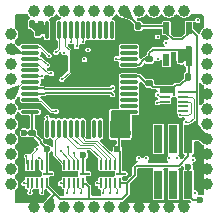
<source format=gbr>
%TF.GenerationSoftware,KiCad,Pcbnew,9.0.2*%
%TF.CreationDate,2025-06-01T13:38:18+02:00*%
%TF.ProjectId,FCB1010_controller,46434231-3031-4305-9f63-6f6e74726f6c,rev?*%
%TF.SameCoordinates,Original*%
%TF.FileFunction,Copper,L1,Top*%
%TF.FilePolarity,Positive*%
%FSLAX46Y46*%
G04 Gerber Fmt 4.6, Leading zero omitted, Abs format (unit mm)*
G04 Created by KiCad (PCBNEW 9.0.2) date 2025-06-01 13:38:18*
%MOMM*%
%LPD*%
G01*
G04 APERTURE LIST*
G04 Aperture macros list*
%AMRoundRect*
0 Rectangle with rounded corners*
0 $1 Rounding radius*
0 $2 $3 $4 $5 $6 $7 $8 $9 X,Y pos of 4 corners*
0 Add a 4 corners polygon primitive as box body*
4,1,4,$2,$3,$4,$5,$6,$7,$8,$9,$2,$3,0*
0 Add four circle primitives for the rounded corners*
1,1,$1+$1,$2,$3*
1,1,$1+$1,$4,$5*
1,1,$1+$1,$6,$7*
1,1,$1+$1,$8,$9*
0 Add four rect primitives between the rounded corners*
20,1,$1+$1,$2,$3,$4,$5,0*
20,1,$1+$1,$4,$5,$6,$7,0*
20,1,$1+$1,$6,$7,$8,$9,0*
20,1,$1+$1,$8,$9,$2,$3,0*%
G04 Aperture macros list end*
%TA.AperFunction,Conductor*%
%ADD10C,0.200000*%
%TD*%
%TA.AperFunction,SMDPad,CuDef*%
%ADD11R,0.740000X2.400000*%
%TD*%
%TA.AperFunction,SMDPad,CuDef*%
%ADD12RoundRect,0.140000X-0.170000X0.140000X-0.170000X-0.140000X0.170000X-0.140000X0.170000X0.140000X0*%
%TD*%
%TA.AperFunction,SMDPad,CuDef*%
%ADD13RoundRect,0.140000X0.140000X0.170000X-0.140000X0.170000X-0.140000X-0.170000X0.140000X-0.170000X0*%
%TD*%
%TA.AperFunction,SMDPad,CuDef*%
%ADD14R,0.203200X0.863600*%
%TD*%
%TA.AperFunction,SMDPad,CuDef*%
%ADD15R,0.863600X0.203200*%
%TD*%
%TA.AperFunction,CastellatedPad*%
%ADD16C,1.000000*%
%TD*%
%TA.AperFunction,SMDPad,CuDef*%
%ADD17R,0.508000X1.003300*%
%TD*%
%TA.AperFunction,SMDPad,CuDef*%
%ADD18RoundRect,0.105000X0.675000X0.045000X-0.675000X0.045000X-0.675000X-0.045000X0.675000X-0.045000X0*%
%TD*%
%TA.AperFunction,SMDPad,CuDef*%
%ADD19RoundRect,0.105000X0.045000X0.675000X-0.045000X0.675000X-0.045000X-0.675000X0.045000X-0.675000X0*%
%TD*%
%TA.AperFunction,ViaPad*%
%ADD20C,0.600000*%
%TD*%
%TA.AperFunction,ViaPad*%
%ADD21C,0.250000*%
%TD*%
%TA.AperFunction,Conductor*%
%ADD22C,0.150000*%
%TD*%
%TA.AperFunction,Conductor*%
%ADD23C,0.100000*%
%TD*%
%TA.AperFunction,Conductor*%
%ADD24C,0.133604*%
%TD*%
G04 APERTURE END LIST*
D10*
%TO.N,VCC*%
X151700000Y-102400000D02*
X150200000Y-102400000D01*
X150200000Y-100200000D01*
X151700000Y-100200000D01*
X151700000Y-102400000D01*
%TA.AperFunction,Conductor*%
G36*
X151700000Y-102400000D02*
G01*
X150200000Y-102400000D01*
X150200000Y-100200000D01*
X151700000Y-100200000D01*
X151700000Y-102400000D01*
G37*
%TD.AperFunction*%
X144800000Y-93300000D02*
X144800000Y-93600000D01*
X144500000Y-93600000D01*
X144000000Y-93600000D01*
X143500000Y-93100000D01*
X143500000Y-92800000D01*
X144300000Y-92800000D01*
X144800000Y-93300000D01*
%TA.AperFunction,Conductor*%
G36*
X144800000Y-93300000D02*
G01*
X144800000Y-93600000D01*
X144500000Y-93600000D01*
X144000000Y-93600000D01*
X143500000Y-93100000D01*
X143500000Y-92800000D01*
X144300000Y-92800000D01*
X144800000Y-93300000D01*
G37*
%TD.AperFunction*%
%TO.N,+5V*%
X157400000Y-101400000D02*
X158100000Y-102100000D01*
X158100000Y-102500000D01*
X156600000Y-102500000D01*
X156600000Y-101533334D01*
X157400000Y-101000000D01*
X157400000Y-101400000D01*
%TA.AperFunction,Conductor*%
G36*
X157400000Y-101400000D02*
G01*
X158100000Y-102100000D01*
X158100000Y-102500000D01*
X156600000Y-102500000D01*
X156600000Y-101533334D01*
X157400000Y-101000000D01*
X157400000Y-101400000D01*
G37*
%TD.AperFunction*%
%TO.N,VCC*%
X155500000Y-98600000D02*
X154400000Y-98600000D01*
X154400000Y-98200000D01*
X155500000Y-98200000D01*
X155500000Y-98600000D01*
%TA.AperFunction,Conductor*%
G36*
X155500000Y-98600000D02*
G01*
X154400000Y-98600000D01*
X154400000Y-98200000D01*
X155500000Y-98200000D01*
X155500000Y-98600000D01*
G37*
%TD.AperFunction*%
X156900000Y-95900000D02*
X155900000Y-95900000D01*
X155900000Y-95000000D01*
X156900000Y-95000000D01*
X156900000Y-95900000D01*
%TA.AperFunction,Conductor*%
G36*
X156900000Y-95900000D02*
G01*
X155900000Y-95900000D01*
X155900000Y-95000000D01*
X156900000Y-95000000D01*
X156900000Y-95900000D01*
G37*
%TD.AperFunction*%
%TD*%
D11*
%TO.P,J1,1,Pin_1*%
%TO.N,+5V*%
X156705000Y-102550000D03*
%TO.P,J1,2,Pin_2*%
%TO.N,VCC*%
X156705000Y-106450000D03*
%TO.P,J1,3,Pin_3*%
%TO.N,/USB_DN*%
X155435000Y-102550000D03*
%TO.P,J1,4,Pin_4*%
%TO.N,/SWD_CLK*%
X155435000Y-106450000D03*
%TO.P,J1,5,Pin_5*%
%TO.N,/USB_DP*%
X154165000Y-102550000D03*
%TO.P,J1,6,Pin_6*%
%TO.N,/SWD_IO*%
X154165000Y-106450000D03*
%TO.P,J1,7,Pin_7*%
%TO.N,GND*%
X152895000Y-102550000D03*
%TO.P,J1,8,Pin_8*%
X152895000Y-106450000D03*
%TD*%
D12*
%TO.P,C7,1*%
%TO.N,VCC*%
X153400000Y-97820000D03*
%TO.P,C7,2*%
%TO.N,GND*%
X153400000Y-98780000D03*
%TD*%
D13*
%TO.P,C6,1*%
%TO.N,VCC*%
X156680000Y-97300000D03*
%TO.P,C6,2*%
%TO.N,GND*%
X155720000Y-97300000D03*
%TD*%
%TO.P,C5,1*%
%TO.N,+5V*%
X152480000Y-93000000D03*
%TO.P,C5,2*%
%TO.N,GND*%
X151520000Y-93000000D03*
%TD*%
D12*
%TO.P,C4,1*%
%TO.N,VCC*%
X153400000Y-95820000D03*
%TO.P,C4,2*%
%TO.N,GND*%
X153400000Y-96780000D03*
%TD*%
%TO.P,C3,1*%
%TO.N,VCC*%
X143500000Y-102020000D03*
%TO.P,C3,2*%
%TO.N,GND*%
X143500000Y-102980000D03*
%TD*%
%TO.P,C2,1*%
%TO.N,VCC*%
X151500000Y-102020000D03*
%TO.P,C2,2*%
%TO.N,GND*%
X151500000Y-102980000D03*
%TD*%
D13*
%TO.P,C1,1*%
%TO.N,VCC*%
X143480000Y-92800000D03*
%TO.P,C1,2*%
%TO.N,GND*%
X142520000Y-92800000D03*
%TD*%
D14*
%TO.P,U2,1,VCCA*%
%TO.N,VCC*%
X147800001Y-104725300D03*
%TO.P,U2,2*%
%TO.N,Net-(U1D-PB0{slash}TIM3_CH3{slash}TIM1_CH2N{slash}TSC_G3_IO2{slash}EVENTOUT{slash}ADC_IN8)*%
X147399999Y-104725300D03*
%TO.P,U2,3*%
%TO.N,Net-(U1D-PB1{slash}TIM3_CH4{slash}TIM14_CH1{slash}TIM1_CH3N{slash}TSC_G3_IO3{slash}ADC_IN9)*%
X147000000Y-104725300D03*
%TO.P,U2,4*%
%TO.N,Net-(U1D-PB2{slash}TSC_G3_IO4)*%
X146600001Y-104725300D03*
%TO.P,U2,5*%
%TO.N,Net-(U1D-PB3{slash}SPI1_SCK{slash}I2S1_CK{slash}TIM2_CH2{slash}TSC_G5_IO1{slash}EVENTOUT)*%
X146199999Y-104725300D03*
D15*
%TO.P,U2,6,GND*%
%TO.N,GND*%
X146072900Y-105500000D03*
D14*
%TO.P,U2,7*%
%TO.N,Net-(BRD1B-P0.3{slash}AD3)*%
X146199999Y-106274700D03*
%TO.P,U2,8*%
%TO.N,Net-(BRD1B-P0.2{slash}AD2)*%
X146600001Y-106274700D03*
%TO.P,U2,9*%
%TO.N,Net-(BRD1B-P0.1{slash}AD1)*%
X147000000Y-106274700D03*
%TO.P,U2,10*%
%TO.N,Net-(BRD1B-P0.0{slash}AD0)*%
X147399999Y-106274700D03*
%TO.P,U2,11,VCCB*%
%TO.N,+5V*%
X147800001Y-106274700D03*
D15*
%TO.P,U2,12,OE*%
%TO.N,VCC*%
X147927100Y-105500000D03*
%TD*%
D14*
%TO.P,U3,1,VCCA*%
%TO.N,VCC*%
X150900001Y-104725300D03*
%TO.P,U3,2*%
%TO.N,Net-(U1D-PB7{slash}I2C1_SDA{slash}USART1_RX{slash}USART4_CTS{slash}TIM17_CH1N{slash}TSC_G5_IO4)*%
X150499999Y-104725300D03*
%TO.P,U3,3*%
%TO.N,Net-(U1D-PB6{slash}I2C1_SCL{slash}USART1_TX{slash}TIM16_CH1N{slash}TSC_G5_I03)*%
X150100000Y-104725300D03*
%TO.P,U3,4*%
%TO.N,Net-(U1D-PB5{slash}SPI1_MOSI{slash}I2S1_SD{slash}I2C1_SMBA{slash}TIM16_BKIN{slash}TIM3_CH2{slash}WKUP6)*%
X149700001Y-104725300D03*
%TO.P,U3,5*%
%TO.N,Net-(U1D-PB4{slash}SPI1_MISO{slash}I2S1_MCK{slash}TIM17_BKIN{slash}TIM3_CH1{slash}TSC_G5_IO2{slash}EVENTOUT)*%
X149299999Y-104725300D03*
D15*
%TO.P,U3,6,GND*%
%TO.N,GND*%
X149172900Y-105500000D03*
D14*
%TO.P,U3,7*%
%TO.N,Net-(BRD1B-P0.4{slash}AD4)*%
X149299999Y-106274700D03*
%TO.P,U3,8*%
%TO.N,Net-(BRD1B-P0.5{slash}AD5)*%
X149700001Y-106274700D03*
%TO.P,U3,9*%
%TO.N,Net-(BRD1B-P0.6{slash}AD6)*%
X150100000Y-106274700D03*
%TO.P,U3,10*%
%TO.N,Net-(BRD1B-P0.7{slash}AD7)*%
X150499999Y-106274700D03*
%TO.P,U3,11,VCCB*%
%TO.N,+5V*%
X150900001Y-106274700D03*
D15*
%TO.P,U3,12,OE*%
%TO.N,VCC*%
X151027100Y-105500000D03*
%TD*%
D16*
%TO.P,BRD1,1,NC*%
%TO.N,unconnected-(BRD1A-NC-Pad1)*%
X150000000Y-91700000D03*
%TO.P,BRD1,2,P1.0*%
%TO.N,Net-(BRD1C-P1.0)*%
X148730000Y-91700000D03*
%TO.P,BRD1,3,P1.1*%
%TO.N,ADC_DOUT*%
X147460000Y-91700000D03*
%TO.P,BRD1,4,P1.2*%
%TO.N,Net-(BRD1C-P1.2)*%
X146190000Y-91700000D03*
%TO.P,BRD1,5,P1.3*%
%TO.N,unconnected-(BRD1C-P1.3-Pad5)*%
X144920000Y-91700000D03*
%TO.P,BRD1,6,P1.4*%
%TO.N,unconnected-(BRD1C-P1.4-Pad6)*%
X143650000Y-91700000D03*
%TO.P,BRD1,7,P1.5*%
%TO.N,BTNS_1-5*%
X141700000Y-93650000D03*
%TO.P,BRD1,8,P1.6*%
%TO.N,BTNS_6-10*%
X141700000Y-94920000D03*
%TO.P,BRD1,9,P1.7/SCK*%
%TO.N,unconnected-(BRD1C-P1.7{slash}SCK-Pad9)*%
X141700000Y-96190000D03*
%TO.P,BRD1,10,RST*%
%TO.N,unconnected-(BRD1A-RST-Pad10)*%
X141700000Y-97460000D03*
%TO.P,BRD1,11,P3.0*%
%TO.N,MIDI_RX*%
X141700000Y-98730000D03*
%TO.P,BRD1,12,NC*%
%TO.N,unconnected-(BRD1A-NC-Pad12)*%
X141700000Y-100000000D03*
%TO.P,BRD1,13,P3.1*%
%TO.N,Net-(BRD1E-P3.1)*%
X141700000Y-101270000D03*
%TO.P,BRD1,14,P3.2*%
%TO.N,unconnected-(BRD1E-P3.2-Pad14)*%
X141700000Y-102540000D03*
%TO.P,BRD1,15,P3.3*%
%TO.N,unconnected-(BRD1E-P3.3-Pad15)*%
X141700000Y-103810000D03*
%TO.P,BRD1,16,P3.4*%
%TO.N,Net-(BRD1E-P3.4)*%
X141700000Y-105080000D03*
%TO.P,BRD1,17,P3.5*%
%TO.N,unconnected-(BRD1E-P3.5-Pad17)*%
X141700000Y-106350000D03*
%TO.P,BRD1,18,P3.6*%
%TO.N,GND*%
X143650000Y-108300000D03*
%TO.P,BRD1,19,P3.7*%
%TO.N,+5V*%
X144920000Y-108300000D03*
%TO.P,BRD1,20,XTAL2*%
%TO.N,unconnected-(BRD1A-XTAL2-Pad20)*%
X146190000Y-108300000D03*
%TO.P,BRD1,21,XTAL1*%
%TO.N,unconnected-(BRD1A-XTAL1-Pad21)*%
X147460000Y-108300000D03*
%TO.P,BRD1,22,GND*%
%TO.N,GND*%
X148730000Y-108300000D03*
%TO.P,BRD1,23,NC*%
%TO.N,unconnected-(BRD1A-NC-Pad23)*%
X150000000Y-108300000D03*
%TO.P,BRD1,24,P2.0/A8*%
%TO.N,GND*%
X151270000Y-108300000D03*
%TO.P,BRD1,25,P2.1/A9*%
X152540000Y-108300000D03*
%TO.P,BRD1,26,P2.2/A10*%
X153810000Y-108300000D03*
%TO.P,BRD1,27,P2.3/A11*%
X155080000Y-108300000D03*
%TO.P,BRD1,28,P2.4/A12*%
X156350000Y-108300000D03*
%TO.P,BRD1,29,P2.5/A13*%
X158300000Y-106350000D03*
%TO.P,BRD1,30,P2.6/A14*%
X158300000Y-105080000D03*
%TO.P,BRD1,31,P2.7/A15*%
X158300000Y-103810000D03*
%TO.P,BRD1,32,~{PSEN}*%
%TO.N,+5V*%
X158300000Y-102540000D03*
%TO.P,BRD1,33,ALE*%
%TO.N,Net-(BRD1A-ALE)*%
X158300000Y-101270000D03*
%TO.P,BRD1,34,NC*%
%TO.N,unconnected-(BRD1A-NC-Pad34)*%
X158300000Y-100000000D03*
%TO.P,BRD1,35,~{EA}/V_{pp}*%
%TO.N,GND*%
X158300000Y-98730000D03*
%TO.P,BRD1,36,P0.7/AD7*%
%TO.N,Net-(BRD1B-P0.7{slash}AD7)*%
X158300000Y-97460000D03*
%TO.P,BRD1,37,P0.6/AD6*%
%TO.N,Net-(BRD1B-P0.6{slash}AD6)*%
X158300000Y-96190000D03*
%TO.P,BRD1,38,P0.5/AD5*%
%TO.N,Net-(BRD1B-P0.5{slash}AD5)*%
X158300000Y-94920000D03*
%TO.P,BRD1,39,P0.4/AD4*%
%TO.N,Net-(BRD1B-P0.4{slash}AD4)*%
X158300000Y-93650000D03*
%TO.P,BRD1,40,P0.3/AD3*%
%TO.N,Net-(BRD1B-P0.3{slash}AD3)*%
X156350000Y-91700000D03*
%TO.P,BRD1,41,P0.2/AD2*%
%TO.N,Net-(BRD1B-P0.2{slash}AD2)*%
X155080000Y-91700000D03*
%TO.P,BRD1,42,P0.1/AD1*%
%TO.N,Net-(BRD1B-P0.1{slash}AD1)*%
X153810000Y-91700000D03*
%TO.P,BRD1,43,P0.0/AD0*%
%TO.N,Net-(BRD1B-P0.0{slash}AD0)*%
X152540000Y-91700000D03*
%TO.P,BRD1,44,V_{cc}*%
%TO.N,+5V*%
X151270000Y-91700000D03*
%TD*%
D14*
%TO.P,U4,1,VCCA*%
%TO.N,VCC*%
X144700001Y-104725300D03*
%TO.P,U4,2*%
%TO.N,ADC_DIN*%
X144299999Y-104725300D03*
%TO.P,U4,3*%
%TO.N,GND*%
X143900000Y-104725300D03*
%TO.P,U4,4*%
%TO.N,ADC_CLK*%
X143500001Y-104725300D03*
%TO.P,U4,5*%
%TO.N,MIDI_TX*%
X143099999Y-104725300D03*
D15*
%TO.P,U4,6,GND*%
%TO.N,GND*%
X142972900Y-105500000D03*
D14*
%TO.P,U4,7*%
%TO.N,Net-(BRD1E-P3.1)*%
X143099999Y-106274700D03*
%TO.P,U4,8*%
%TO.N,Net-(BRD1E-P3.4)*%
X143500001Y-106274700D03*
%TO.P,U4,9*%
%TO.N,unconnected-(U4-Pad9)*%
X143900000Y-106274700D03*
%TO.P,U4,10*%
%TO.N,Net-(BRD1C-P1.2)*%
X144299999Y-106274700D03*
%TO.P,U4,11,VCCB*%
%TO.N,+5V*%
X144700001Y-106274700D03*
D15*
%TO.P,U4,12,OE*%
%TO.N,VCC*%
X144827100Y-105500000D03*
%TD*%
%TO.P,U5,1,VCCA*%
%TO.N,VCC*%
X154725300Y-98599999D03*
%TO.P,U5,2*%
%TO.N,LATCH_EN*%
X154725300Y-99000001D03*
%TO.P,U5,3*%
%TO.N,ADC_CS*%
X154725300Y-99400000D03*
%TO.P,U5,4*%
%TO.N,GND*%
X154725300Y-99799999D03*
%TO.P,U5,5*%
X154725300Y-100200001D03*
D14*
%TO.P,U5,6,GND*%
X155500000Y-100327100D03*
D15*
%TO.P,U5,7*%
%TO.N,unconnected-(U5-Pad7)*%
X156274700Y-100200001D03*
%TO.P,U5,8*%
%TO.N,unconnected-(U5-Pad8)*%
X156274700Y-99799999D03*
%TO.P,U5,9*%
%TO.N,Net-(BRD1C-P1.0)*%
X156274700Y-99400000D03*
%TO.P,U5,10*%
%TO.N,Net-(BRD1A-ALE)*%
X156274700Y-99000001D03*
%TO.P,U5,11,VCCB*%
%TO.N,+5V*%
X156274700Y-98599999D03*
D14*
%TO.P,U5,12,OE*%
%TO.N,VCC*%
X155500000Y-98472900D03*
%TD*%
D17*
%TO.P,U6,1,VIN*%
%TO.N,+5V*%
X156750001Y-93147450D03*
%TO.P,U6,2,GND*%
%TO.N,GND*%
X155800000Y-93147450D03*
%TO.P,U6,3,EN*%
%TO.N,+5V*%
X154849999Y-93147450D03*
%TO.P,U6,4,NC*%
%TO.N,unconnected-(U6-NC-Pad4)*%
X154849999Y-95852550D03*
%TO.P,U6,5,VOUT*%
%TO.N,VCC*%
X156750001Y-95852550D03*
%TD*%
D18*
%TO.P,U1,1,VBAT*%
%TO.N,VCC*%
X151680000Y-100250000D03*
%TO.P,U1,2,PC13/WKUP2/RTC_TAMP1/RTC_TS/RTC_OUT*%
%TO.N,unconnected-(U1B-PC13{slash}WKUP2{slash}RTC_TAMP1{slash}RTC_TS{slash}RTC_OUT-Pad2)*%
X151680000Y-99750000D03*
%TO.P,U1,3,PC14-OSC32_IN*%
%TO.N,unconnected-(U1B-PC14-OSC32_IN-Pad3)*%
X151680000Y-99250000D03*
%TO.P,U1,4,PC15-OSC32_OUT*%
%TO.N,unconnected-(U1B-PC15-OSC32_OUT-Pad4)*%
X151680000Y-98750000D03*
%TO.P,U1,5,PF0-OSC_IN/CRS_SYNC/I2C1_SDA*%
%TO.N,unconnected-(U1B-PF0-OSC_IN{slash}CRS_SYNC{slash}I2C1_SDA-Pad5)*%
X151680000Y-98250000D03*
%TO.P,U1,6,PF1-OSC_OUT/I2C1_SCL*%
%TO.N,unconnected-(U1B-PF1-OSC_OUT{slash}I2C1_SCL-Pad6)*%
X151680000Y-97750000D03*
%TO.P,U1,7,~{NRST}*%
%TO.N,VCC*%
X151680000Y-97250000D03*
%TO.P,U1,8,VSSA*%
%TO.N,GND*%
X151680000Y-96750000D03*
%TO.P,U1,9,VDDA*%
%TO.N,VCC*%
X151680000Y-96250000D03*
%TO.P,U1,10,PA0/USART2_CTS/TIM2_CH1_ETR/TSC_G1_IO1/RTC_TAMP2/WKUP1/ADC_IN0*%
%TO.N,LATCH_EN*%
X151680000Y-95750000D03*
%TO.P,U1,11,PA1/USART2_RTS/TIM2_CH2/TSC_G1_IO2/EVENTOUT/ADC_IN1*%
%TO.N,unconnected-(U1C-PA1{slash}USART2_RTS{slash}TIM2_CH2{slash}TSC_G1_IO2{slash}EVENTOUT{slash}ADC_IN1-Pad11)*%
X151680000Y-95250000D03*
%TO.P,U1,12,PA2/USART2_TX/TIM2_CH3/TSC_G1_IO3/ADC_IN2/WKUP4*%
%TO.N,unconnected-(U1C-PA2{slash}USART2_TX{slash}TIM2_CH3{slash}TSC_G1_IO3{slash}ADC_IN2{slash}WKUP4-Pad12)*%
X151680000Y-94750000D03*
D19*
%TO.P,U1,13,PA3/USART2_RX/TIM2_CH4/TSC_G1_IO4/ADC_IN3*%
%TO.N,unconnected-(U1C-PA3{slash}USART2_RX{slash}TIM2_CH4{slash}TSC_G1_IO4{slash}ADC_IN3-Pad13)*%
X150250000Y-93320000D03*
%TO.P,U1,14,PA4/SPI1_NSS/I2S1_WS/TIM14_CH1/TSC_G2_IO1/USART2_CK/USB_NOE/ADC_IN4*%
%TO.N,unconnected-(U1C-PA4{slash}SPI1_NSS{slash}I2S1_WS{slash}TIM14_CH1{slash}TSC_G2_IO1{slash}USART2_CK{slash}USB_NOE{slash}ADC_IN4-Pad14)*%
X149750000Y-93320000D03*
%TO.P,U1,15,PA5/SPI1_SCK/I2S1_CK/CEC/TIM2_CH1_ETR/TSC_G2_IO2/ADC_IN5*%
%TO.N,unconnected-(U1C-PA5{slash}SPI1_SCK{slash}I2S1_CK{slash}CEC{slash}TIM2_CH1_ETR{slash}TSC_G2_IO2{slash}ADC_IN5-Pad15)*%
X149250000Y-93320000D03*
%TO.P,U1,16,PA6/SPI1_MISO/I2S1_MCK/TIM3_CH1/TIM1_BKIN/TIM16_CH1/TSC_G2_IO3/EVENTOUT/ADC_IN6*%
%TO.N,unconnected-(U1C-PA6{slash}SPI1_MISO{slash}I2S1_MCK{slash}TIM3_CH1{slash}TIM1_BKIN{slash}TIM16_CH1{slash}TSC_G2_IO3{slash}EVENTOUT{slash}ADC_IN6-Pad16)*%
X148750000Y-93320000D03*
%TO.P,U1,17,PA7/SPI1_MOSI/I2S1_SD/TIM3_CH2/TIM14_CH1/TIM1_CH1N/TIM17_CH1/TSC_G2_IO4/EVENTOUT/ADC_IN7*%
%TO.N,unconnected-(U1C-PA7{slash}SPI1_MOSI{slash}I2S1_SD{slash}TIM3_CH2{slash}TIM14_CH1{slash}TIM1_CH1N{slash}TIM17_CH1{slash}TSC_G2_IO4{slash}EVENTOUT{slash}ADC_IN7-Pad17)*%
X148250000Y-93320000D03*
%TO.P,U1,18,PB0/TIM3_CH3/TIM1_CH2N/TSC_G3_IO2/EVENTOUT/ADC_IN8*%
%TO.N,Net-(U1D-PB0{slash}TIM3_CH3{slash}TIM1_CH2N{slash}TSC_G3_IO2{slash}EVENTOUT{slash}ADC_IN8)*%
X147750000Y-93320000D03*
%TO.P,U1,19,PB1/TIM3_CH4/TIM14_CH1/TIM1_CH3N/TSC_G3_IO3/ADC_IN9*%
%TO.N,Net-(U1D-PB1{slash}TIM3_CH4{slash}TIM14_CH1{slash}TIM1_CH3N{slash}TSC_G3_IO3{slash}ADC_IN9)*%
X147250000Y-93320000D03*
%TO.P,U1,20,PB2/TSC_G3_IO4*%
%TO.N,Net-(U1D-PB2{slash}TSC_G3_IO4)*%
X146750000Y-93320000D03*
%TO.P,U1,21,PB10/SPI2_SCK/CEC/TSC_SYNC/TIM2_CH3/I2C1_SCL*%
%TO.N,ADC_CLK*%
X146250000Y-93320000D03*
%TO.P,U1,22,PB11/TIM2_CH4/EVENTOUT/I2C1_SDA*%
%TO.N,BTNS_1-5*%
X145750000Y-93320000D03*
%TO.P,U1,23,VSS1*%
%TO.N,GND*%
X145250000Y-93320000D03*
%TO.P,U1,24,VDD1*%
%TO.N,VCC*%
X144750000Y-93320000D03*
D18*
%TO.P,U1,25,PB12/TIM1_BKIN/SPI2_NSS/EVENTOUT*%
%TO.N,ADC_CS*%
X143320000Y-94750000D03*
%TO.P,U1,26,PB13/SPI2_SCK/TIM1_CH1N/I2C1_SCL*%
%TO.N,BTNS_6-10*%
X143320000Y-95250000D03*
%TO.P,U1,27,PB14/SPI2_MISO/TIM1_CH2N/I2C1_SDA*%
%TO.N,ADC_DOUT*%
X143320000Y-95750000D03*
%TO.P,U1,28,PB15/SPI2_MOSI/TIM1_CH3N/WKUP7/RTC_REFIN*%
%TO.N,ADC_DIN*%
X143320000Y-96250000D03*
%TO.P,U1,29,PA8/USART1_CK/TIM1_CH1/EVENTOUT/MCO/CRS_SYNC*%
%TO.N,unconnected-(U1C-PA8{slash}USART1_CK{slash}TIM1_CH1{slash}EVENTOUT{slash}MCO{slash}CRS_SYNC-Pad29)*%
X143320000Y-96750000D03*
%TO.P,U1,30,PA9/USART1_TX/TIM1_CH2/TSC_G4_IO1/I2C1_SCL*%
%TO.N,MIDI_TX*%
X143320000Y-97250000D03*
%TO.P,U1,31,PA10/USART1_RX/TIM1_CH3/TIM17_BKIN/TSC_G4_IO2/I2C1_SDA*%
%TO.N,MIDI_RX*%
X143320000Y-97750000D03*
%TO.P,U1,32,PA11/CAN_RX/USART1_CTS/TIM1_CH4/COMP1_OUT/TSC_G4_IO3/EVENTOUT/I2C1_SCL/USB_DM*%
%TO.N,/USB_DN*%
X143320000Y-98250000D03*
%TO.P,U1,33,PA12/CAN_TX/USART1_RTS/TIM1_ETR/TSC_G4_IO4/EVENTOUT/I2C1_SDA/USB_DP*%
%TO.N,/USB_DP*%
X143320000Y-98750000D03*
%TO.P,U1,34,PA13/IR_OUT/SWDIO/USB_NOE*%
%TO.N,/SWD_IO*%
X143320000Y-99250000D03*
%TO.P,U1,35,VSS2*%
%TO.N,GND*%
X143320000Y-99750000D03*
%TO.P,U1,36,VDDIO2*%
%TO.N,VCC*%
X143320000Y-100250000D03*
D19*
%TO.P,U1,37,PA14/USART2_TX/SWCLK*%
%TO.N,/SWD_CLK*%
X144750000Y-101680000D03*
%TO.P,U1,38,PA15/SPI1_NSS/I2S1_WS/USART2_RX/TIM2_CH1_ETR/EVENTOUT/USB_NOE*%
%TO.N,unconnected-(U1C-PA15{slash}SPI1_NSS{slash}I2S1_WS{slash}USART2_RX{slash}TIM2_CH1_ETR{slash}EVENTOUT{slash}USB_NOE-Pad38)*%
X145250000Y-101680000D03*
%TO.P,U1,39,PB3/SPI1_SCK/I2S1_CK/TIM2_CH2/TSC_G5_IO1/EVENTOUT*%
%TO.N,Net-(U1D-PB3{slash}SPI1_SCK{slash}I2S1_CK{slash}TIM2_CH2{slash}TSC_G5_IO1{slash}EVENTOUT)*%
X145750000Y-101680000D03*
%TO.P,U1,40,PB4/SPI1_MISO/I2S1_MCK/TIM17_BKIN/TIM3_CH1/TSC_G5_IO2/EVENTOUT*%
%TO.N,Net-(U1D-PB4{slash}SPI1_MISO{slash}I2S1_MCK{slash}TIM17_BKIN{slash}TIM3_CH1{slash}TSC_G5_IO2{slash}EVENTOUT)*%
X146250000Y-101680000D03*
%TO.P,U1,41,PB5/SPI1_MOSI/I2S1_SD/I2C1_SMBA/TIM16_BKIN/TIM3_CH2/WKUP6*%
%TO.N,Net-(U1D-PB5{slash}SPI1_MOSI{slash}I2S1_SD{slash}I2C1_SMBA{slash}TIM16_BKIN{slash}TIM3_CH2{slash}WKUP6)*%
X146750000Y-101680000D03*
%TO.P,U1,42,PB6/I2C1_SCL/USART1_TX/TIM16_CH1N/TSC_G5_I03*%
%TO.N,Net-(U1D-PB6{slash}I2C1_SCL{slash}USART1_TX{slash}TIM16_CH1N{slash}TSC_G5_I03)*%
X147250000Y-101680000D03*
%TO.P,U1,43,PB7/I2C1_SDA/USART1_RX/USART4_CTS/TIM17_CH1N/TSC_G5_IO4*%
%TO.N,Net-(U1D-PB7{slash}I2C1_SDA{slash}USART1_RX{slash}USART4_CTS{slash}TIM17_CH1N{slash}TSC_G5_IO4)*%
X147750000Y-101680000D03*
%TO.P,U1,44,PF11-BOOT0*%
%TO.N,GND*%
X148250000Y-101680000D03*
%TO.P,U1,45,PB8/I2C1_SCL/CEC/TIM16_CH1/TSC_SYNC/CAN_RX*%
%TO.N,unconnected-(U1D-PB8{slash}I2C1_SCL{slash}CEC{slash}TIM16_CH1{slash}TSC_SYNC{slash}CAN_RX-Pad45)*%
X148750000Y-101680000D03*
%TO.P,U1,46,PB9/SPI2_NSS/I2C1_SDA/IR_OUT/TIM17_CH1/EVENTOUT/CAN_TX*%
%TO.N,unconnected-(U1D-PB9{slash}SPI2_NSS{slash}I2C1_SDA{slash}IR_OUT{slash}TIM17_CH1{slash}EVENTOUT{slash}CAN_TX-Pad46)*%
X149250000Y-101680000D03*
%TO.P,U1,47,VSS3*%
%TO.N,GND*%
X149750000Y-101680000D03*
%TO.P,U1,48,VDD2*%
%TO.N,VCC*%
X150250000Y-101680000D03*
%TD*%
D20*
%TO.N,GND*%
X152200000Y-102500000D03*
D21*
X154800000Y-103300000D03*
D20*
X151500000Y-93900000D03*
X149000000Y-100500000D03*
X155715002Y-92337795D03*
D21*
X150300000Y-97600000D03*
D20*
X143000000Y-93600000D03*
X153100000Y-99400000D03*
X155500000Y-99600000D03*
D21*
X145100000Y-99200000D03*
D20*
X152900000Y-96780000D03*
X154800000Y-97300000D03*
D21*
X150300000Y-99400000D03*
D20*
X145250000Y-94450000D03*
D21*
X145100000Y-97800000D03*
D20*
X146800000Y-105500000D03*
X149900000Y-105500000D03*
X143700000Y-105500000D03*
D21*
X144100000Y-101300000D03*
%TO.N,Net-(BRD1E-P3.1)*%
X142800000Y-106300000D03*
%TO.N,Net-(BRD1E-P3.4)*%
X143300000Y-107090000D03*
%TO.N,Net-(BRD1B-P0.6{slash}AD6)*%
X157100000Y-104300000D03*
X150100000Y-107090000D03*
%TO.N,Net-(BRD1B-P0.1{slash}AD1)*%
X147000000Y-107090000D03*
%TO.N,Net-(BRD1B-P0.3{slash}AD3)*%
X148200000Y-95000000D03*
X154800000Y-94400000D03*
X145900000Y-106300000D03*
%TO.N,Net-(BRD1C-P1.0)*%
X156040350Y-100528964D03*
X157500000Y-92500000D03*
%TO.N,Net-(BRD1B-P0.0{slash}AD0)*%
X147600000Y-107090000D03*
%TO.N,BTNS_1-5*%
X145500000Y-95200000D03*
%TO.N,Net-(BRD1C-P1.2)*%
X146190000Y-95238389D03*
X144299999Y-107090000D03*
%TO.N,Net-(BRD1B-P0.2{slash}AD2)*%
X147900000Y-95800000D03*
X146400000Y-107090000D03*
X154100000Y-93900000D03*
%TO.N,Net-(BRD1B-P0.5{slash}AD5)*%
X155786211Y-104186211D03*
X149500000Y-107090000D03*
%TO.N,Net-(BRD1B-P0.4{slash}AD4)*%
X149000000Y-106300000D03*
X155100000Y-104200000D03*
%TO.N,Net-(BRD1B-P0.7{slash}AD7)*%
X157309794Y-107128917D03*
X150700000Y-107090000D03*
%TO.N,ADC_DOUT*%
X144800000Y-96300000D03*
D20*
%TO.N,VCC*%
X157700000Y-107700000D03*
X147800000Y-103900000D03*
X156100000Y-95852550D03*
X144700000Y-103400000D03*
X150800000Y-100900000D03*
X156750001Y-94900000D03*
X150700000Y-103400000D03*
X156700000Y-104900000D03*
X144200000Y-92800000D03*
X150800000Y-101600000D03*
X142820000Y-102020000D03*
X144000000Y-93600000D03*
D21*
%TO.N,/USB_DN*%
X150300000Y-98200000D03*
X155435000Y-102550000D03*
%TO.N,/USB_DP*%
X154165000Y-102550000D03*
X150300000Y-98800000D03*
%TO.N,/SWD_IO*%
X145500000Y-100200000D03*
X153149052Y-104200000D03*
X154165000Y-106450000D03*
%TO.N,/SWD_CLK*%
X144750000Y-100700000D03*
X152500000Y-104200000D03*
X155435000Y-106450000D03*
%TO.N,ADC_DIN*%
X145100000Y-97000000D03*
X144100000Y-104150000D03*
%TO.N,ADC_CS*%
X154080997Y-99481000D03*
X144900000Y-95500000D03*
%TO.N,MIDI_TX*%
X143000000Y-104000000D03*
X144300000Y-97250000D03*
%TO.N,Net-(U1D-PB0{slash}TIM3_CH3{slash}TIM1_CH2N{slash}TSC_G3_IO2{slash}EVENTOUT{slash}ADC_IN8)*%
X147000000Y-103700000D03*
X147750000Y-94300000D03*
%TO.N,Net-(U1D-PB2{slash}TSC_G3_IO4)*%
X146750000Y-94300000D03*
X145900000Y-103600000D03*
%TO.N,Net-(U1D-PB1{slash}TIM3_CH4{slash}TIM14_CH1{slash}TIM1_CH3N{slash}TSC_G3_IO3{slash}ADC_IN9)*%
X147250000Y-94700000D03*
X146500000Y-103200000D03*
%TO.N,ADC_CLK*%
X146000000Y-97500000D03*
X143900000Y-103400000D03*
%TO.N,Net-(BRD1A-ALE)*%
X156500000Y-101100000D03*
%TO.N,LATCH_EN*%
X154100000Y-98800000D03*
X154100000Y-95750000D03*
X150600000Y-95750000D03*
%TD*%
D10*
%TO.N,GND*%
X153400000Y-96780000D02*
X152900000Y-96780000D01*
D22*
X146072900Y-105500000D02*
X146800000Y-105500000D01*
D10*
X152900000Y-96780000D02*
X151710000Y-96780000D01*
X153400000Y-99100000D02*
X153100000Y-99400000D01*
X153400000Y-98780000D02*
X153400000Y-99100000D01*
X155720000Y-97300000D02*
X154800000Y-97300000D01*
D22*
X155500000Y-100327100D02*
X155500000Y-99600000D01*
D10*
X151520000Y-93000000D02*
X151520000Y-93880000D01*
X155715002Y-93115002D02*
X155715002Y-92337795D01*
X154352601Y-100652601D02*
X155500000Y-100652601D01*
D22*
X156350000Y-108150000D02*
X156000000Y-107800000D01*
X149172900Y-105500000D02*
X149900000Y-105500000D01*
X142972900Y-105500000D02*
X143700000Y-105500000D01*
D10*
X155800000Y-93200000D02*
X155715002Y-93115002D01*
X151520000Y-93880000D02*
X151500000Y-93900000D01*
X153400000Y-96780000D02*
X154280000Y-96780000D01*
X151710000Y-96780000D02*
X151680000Y-96750000D01*
D22*
X145250000Y-94450000D02*
X145250000Y-93320000D01*
D10*
X142520000Y-93120000D02*
X143000000Y-93600000D01*
X153100000Y-99400000D02*
X154352601Y-100652601D01*
X142520000Y-92800000D02*
X142520000Y-93120000D01*
X154280000Y-96780000D02*
X154800000Y-97300000D01*
D23*
%TO.N,Net-(BRD1E-P3.1)*%
X143074699Y-106300000D02*
X143099999Y-106274700D01*
X142800000Y-106300000D02*
X143074699Y-106300000D01*
%TO.N,Net-(BRD1E-P3.4)*%
X143300000Y-106824805D02*
X143500001Y-106624804D01*
X143300000Y-107100000D02*
X143300000Y-106824805D01*
X143500001Y-106624804D02*
X143500001Y-106274700D01*
%TO.N,Net-(BRD1B-P0.6{slash}AD6)*%
X150100000Y-106274700D02*
X150100000Y-107100000D01*
%TO.N,Net-(BRD1B-P0.1{slash}AD1)*%
X147000000Y-106274700D02*
X147000000Y-107100000D01*
%TO.N,Net-(BRD1B-P0.3{slash}AD3)*%
X145900000Y-106300000D02*
X146174699Y-106300000D01*
X146174699Y-106300000D02*
X146199999Y-106274700D01*
%TO.N,Net-(BRD1C-P1.0)*%
X156900000Y-100332882D02*
X156900000Y-99493500D01*
X156806500Y-99400000D02*
X156274700Y-99400000D01*
X156900000Y-99493500D02*
X156806500Y-99400000D01*
X156040350Y-100528964D02*
X156703918Y-100528964D01*
X156703918Y-100528964D02*
X156900000Y-100332882D01*
%TO.N,Net-(BRD1B-P0.0{slash}AD0)*%
X147600000Y-106821107D02*
X147399999Y-106621106D01*
X147600000Y-107090000D02*
X147600000Y-106821107D01*
X147399999Y-106621106D02*
X147399999Y-106274700D01*
%TO.N,BTNS_1-5*%
X145781000Y-94919000D02*
X145781000Y-93351000D01*
X145500000Y-95200000D02*
X145781000Y-94919000D01*
X145781000Y-93351000D02*
X145750000Y-93320000D01*
%TO.N,Net-(BRD1C-P1.2)*%
X144299999Y-107090000D02*
X144299999Y-106274700D01*
D10*
%TO.N,+5V*%
X151270000Y-91700000D02*
X151270000Y-91870000D01*
X151525300Y-106274700D02*
X152174000Y-105626000D01*
X155889344Y-104800000D02*
X156705000Y-103984344D01*
X144700001Y-106500001D02*
X145400000Y-107200000D01*
X152174000Y-104926000D02*
X152300000Y-104800000D01*
X151100000Y-107600000D02*
X147800001Y-107600000D01*
X151525300Y-107174700D02*
X151100000Y-107600000D01*
X157400000Y-102540000D02*
X156715000Y-102540000D01*
X156200000Y-94100000D02*
X156750001Y-93549999D01*
X156750001Y-93549999D02*
X156750001Y-93147450D01*
X148027298Y-106327298D02*
X147800001Y-106327298D01*
X148300000Y-106600000D02*
X148027298Y-106327298D01*
X152174000Y-105626000D02*
X152174000Y-104926000D01*
X152480000Y-92910000D02*
X152480000Y-93000000D01*
X156750001Y-93147450D02*
X157400000Y-93797449D01*
X144920000Y-107680000D02*
X145400000Y-107200000D01*
X147800001Y-107600000D02*
X148300000Y-107600000D01*
X152300000Y-104800000D02*
X155889344Y-104800000D01*
X151270000Y-91700000D02*
X152480000Y-92910000D01*
X156715000Y-102540000D02*
X156705000Y-102550000D01*
X154849999Y-93147450D02*
X154849999Y-93549999D01*
X157400000Y-93797449D02*
X157400000Y-98500000D01*
X148300000Y-107600000D02*
X148300000Y-106600000D01*
X157400000Y-98500000D02*
X157400000Y-102540000D01*
X157352599Y-98547401D02*
X156274700Y-98547401D01*
X156705000Y-103984344D02*
X156705000Y-102550000D01*
X145400000Y-107200000D02*
X145800000Y-107600000D01*
X150900001Y-106274700D02*
X151525300Y-106274700D01*
X146200000Y-107600000D02*
X145800000Y-107600000D01*
X155400000Y-94100000D02*
X156200000Y-94100000D01*
X154849999Y-93549999D02*
X155400000Y-94100000D01*
X154702549Y-93000000D02*
X154849999Y-93147450D01*
X147800001Y-107600000D02*
X146200000Y-107600000D01*
X144920000Y-108300000D02*
X144920000Y-107680000D01*
X157400000Y-98500000D02*
X157352599Y-98547401D01*
X151525300Y-106274700D02*
X151525300Y-107174700D01*
X158300000Y-102540000D02*
X157400000Y-102540000D01*
X152480000Y-93000000D02*
X154702549Y-93000000D01*
D23*
%TO.N,Net-(BRD1B-P0.2{slash}AD2)*%
X146600001Y-106624804D02*
X146600001Y-106274700D01*
X146400000Y-106824805D02*
X146600001Y-106624804D01*
X146400000Y-107100000D02*
X146400000Y-106824805D01*
%TO.N,BTNS_6-10*%
X142381000Y-95250000D02*
X142051000Y-94920000D01*
X143320000Y-95250000D02*
X142381000Y-95250000D01*
%TO.N,Net-(BRD1B-P0.5{slash}AD5)*%
X149500000Y-106824805D02*
X149700001Y-106624804D01*
X149500000Y-107100000D02*
X149500000Y-106824805D01*
X149700001Y-106624804D02*
X149700001Y-106274700D01*
%TO.N,Net-(BRD1B-P0.4{slash}AD4)*%
X149000000Y-106300000D02*
X149274699Y-106300000D01*
X149274699Y-106300000D02*
X149299999Y-106274700D01*
%TO.N,Net-(BRD1B-P0.7{slash}AD7)*%
X150700000Y-107090000D02*
X150700000Y-106821107D01*
X150700000Y-106821107D02*
X150499999Y-106621106D01*
X150499999Y-106621106D02*
X150499999Y-106274700D01*
%TO.N,ADC_DOUT*%
X144800000Y-96300000D02*
X144250000Y-95750000D01*
X144250000Y-95750000D02*
X143320000Y-95750000D01*
%TO.N,MIDI_RX*%
X142680000Y-97750000D02*
X141700000Y-98730000D01*
X143320000Y-97750000D02*
X142680000Y-97750000D01*
D10*
%TO.N,VCC*%
X153700100Y-94999900D02*
X155897351Y-94999900D01*
X153400000Y-95820000D02*
X153400000Y-95300000D01*
D22*
X150900001Y-103600001D02*
X150900001Y-104725300D01*
D10*
X152980000Y-95820000D02*
X153400000Y-95820000D01*
X142820000Y-102020000D02*
X143500000Y-102020000D01*
X150900001Y-101800001D02*
X150900000Y-101800000D01*
X143500000Y-102020000D02*
X143500000Y-100200000D01*
X152547790Y-97250000D02*
X153117790Y-97820000D01*
X144200000Y-102900000D02*
X144200000Y-102720000D01*
X151680000Y-97250000D02*
X152547790Y-97250000D01*
D22*
X154725300Y-98599999D02*
X155500000Y-98599999D01*
D10*
X151680000Y-96250000D02*
X152550000Y-96250000D01*
D22*
X150700000Y-103400000D02*
X150900001Y-103600001D01*
D10*
X153727400Y-98147400D02*
X155491899Y-98147400D01*
X156028260Y-98000000D02*
X155639299Y-98000000D01*
D22*
X156705000Y-106450000D02*
X156705000Y-104905000D01*
D10*
X153117790Y-97820000D02*
X153400000Y-97820000D01*
X156750001Y-95852550D02*
X156750001Y-97229999D01*
X153400000Y-95300000D02*
X153700100Y-94999900D01*
X155897351Y-94999900D02*
X156750001Y-95852550D01*
X150370000Y-101800000D02*
X150900000Y-101800000D01*
D22*
X156705000Y-106450000D02*
X156705000Y-107305000D01*
D10*
X156750001Y-95852550D02*
X156100000Y-95852550D01*
X151500000Y-102020000D02*
X151500000Y-100300000D01*
X155491899Y-98147400D02*
X155639299Y-98000000D01*
X156750001Y-97229999D02*
X156680000Y-97300000D01*
X151500000Y-101600000D02*
X151500000Y-102020000D01*
D22*
X157050000Y-107650000D02*
X157100000Y-107700000D01*
D10*
X150900000Y-101800000D02*
X151300000Y-101800000D01*
X147800001Y-104725300D02*
X147800000Y-105500000D01*
X150900000Y-105372902D02*
X150900000Y-105500000D01*
X156750001Y-95852550D02*
X156750001Y-94900000D01*
X144700000Y-103400000D02*
X144200000Y-102900000D01*
D22*
X156705000Y-104905000D02*
X156700000Y-104900000D01*
D10*
X152550000Y-96250000D02*
X152980000Y-95820000D01*
X150900001Y-105372901D02*
X150900000Y-105372902D01*
D22*
X150800000Y-103300000D02*
X150800000Y-101600000D01*
X150700000Y-103400000D02*
X150800000Y-103300000D01*
D10*
X144700001Y-104725300D02*
X144700000Y-105500000D01*
X156680000Y-97348260D02*
X156028260Y-98000000D01*
X144200000Y-102720000D02*
X143500000Y-102020000D01*
D22*
X147800000Y-103900000D02*
X147800001Y-103900001D01*
X156705000Y-107305000D02*
X157100000Y-107700000D01*
X157100000Y-107700000D02*
X157700000Y-107700000D01*
D10*
X150900001Y-105372901D02*
X150900001Y-104725300D01*
D22*
X147800001Y-103900001D02*
X147800001Y-104725300D01*
D10*
X156680000Y-97300000D02*
X156680000Y-97348260D01*
X151300000Y-101800000D02*
X151500000Y-101600000D01*
X144700001Y-104725300D02*
X144700001Y-103400000D01*
X153400000Y-97820000D02*
X153727400Y-98147400D01*
D24*
%TO.N,/USB_DN*%
X150300000Y-98200000D02*
X150168402Y-98331598D01*
X150168402Y-98331598D02*
X144571599Y-98331598D01*
X144490001Y-98250000D02*
X143320000Y-98250000D01*
X144571599Y-98331598D02*
X144490001Y-98250000D01*
%TO.N,/USB_DP*%
X144571599Y-98668402D02*
X144490001Y-98750000D01*
X150300000Y-98800000D02*
X150168402Y-98668402D01*
X144490001Y-98750000D02*
X143320000Y-98750000D01*
X150168402Y-98668402D02*
X144571599Y-98668402D01*
D23*
%TO.N,/SWD_IO*%
X144200000Y-99300000D02*
X143370000Y-99300000D01*
X145500000Y-100200000D02*
X145100000Y-100200000D01*
X145100000Y-100200000D02*
X144200000Y-99300000D01*
X143370000Y-99300000D02*
X143320000Y-99250000D01*
%TO.N,/SWD_CLK*%
X144750000Y-100700000D02*
X144750000Y-101680000D01*
%TO.N,ADC_DIN*%
X144299999Y-104299999D02*
X144299999Y-104725300D01*
X144800000Y-97000000D02*
X144050000Y-96250000D01*
X144050000Y-96250000D02*
X143320000Y-96250000D01*
X145100000Y-97000000D02*
X144800000Y-97000000D01*
X144100000Y-104150000D02*
X144150000Y-104150000D01*
X144150000Y-104150000D02*
X144299999Y-104299999D01*
%TO.N,ADC_CS*%
X154100000Y-99400000D02*
X154725300Y-99400000D01*
X144150000Y-94750000D02*
X144900000Y-95500000D01*
X154080997Y-99419003D02*
X154100000Y-99400000D01*
X143320000Y-94750000D02*
X144150000Y-94750000D01*
X154080997Y-99481000D02*
X154080997Y-99419003D01*
%TO.N,Net-(U1D-PB3{slash}SPI1_SCK{slash}I2S1_CK{slash}TIM2_CH2{slash}TSC_G5_IO1{slash}EVENTOUT)*%
X145400000Y-102611000D02*
X145400000Y-103925301D01*
X145400000Y-103925301D02*
X146199999Y-104725300D01*
X145750000Y-102264948D02*
X145403948Y-102611000D01*
X145403948Y-102611000D02*
X145400000Y-102611000D01*
X145750000Y-101680000D02*
X145750000Y-102264948D01*
%TO.N,MIDI_TX*%
X143000000Y-104000000D02*
X143000000Y-104625301D01*
X143320000Y-97250000D02*
X144300000Y-97250000D01*
X143000000Y-104625301D02*
X143099999Y-104725300D01*
%TO.N,Net-(U1D-PB0{slash}TIM3_CH3{slash}TIM1_CH2N{slash}TSC_G3_IO2{slash}EVENTOUT{slash}ADC_IN8)*%
X147399999Y-104352318D02*
X147399999Y-104725300D01*
X147000000Y-103700000D02*
X147000000Y-103952319D01*
X147000000Y-103952319D02*
X147399999Y-104352318D01*
X147750000Y-93320000D02*
X147750000Y-94300000D01*
%TO.N,Net-(U1D-PB7{slash}I2C1_SDA{slash}USART1_RX{slash}USART4_CTS{slash}TIM17_CH1N{slash}TSC_G5_IO4)*%
X147750000Y-102460000D02*
X147990000Y-102700000D01*
X150499999Y-104199999D02*
X150499999Y-104725300D01*
X149000000Y-102700000D02*
X150499999Y-104199999D01*
X147750000Y-101680000D02*
X147750000Y-102460000D01*
X147990000Y-102700000D02*
X149000000Y-102700000D01*
%TO.N,Net-(U1D-PB6{slash}I2C1_SCL{slash}USART1_TX{slash}TIM16_CH1N{slash}TSC_G5_I03)*%
X147250000Y-101680000D02*
X147250000Y-102345101D01*
X147804899Y-102900000D02*
X148800000Y-102900000D01*
X150100000Y-104200000D02*
X150100000Y-104725300D01*
X147250000Y-102345101D02*
X147804899Y-102900000D01*
X148800000Y-102900000D02*
X150100000Y-104200000D01*
%TO.N,Net-(U1D-PB2{slash}TSC_G3_IO4)*%
X146600001Y-104725300D02*
X146600001Y-104289902D01*
X146600001Y-104289902D02*
X145910099Y-103600000D01*
X146750000Y-93320000D02*
X146750000Y-94300000D01*
X145910099Y-103600000D02*
X145900000Y-103600000D01*
%TO.N,Net-(U1D-PB1{slash}TIM3_CH4{slash}TIM14_CH1{slash}TIM1_CH3N{slash}TSC_G3_IO3{slash}ADC_IN9)*%
X146500000Y-103844882D02*
X147000000Y-104344882D01*
X146500000Y-103200000D02*
X146500000Y-103844882D01*
X147000000Y-104344882D02*
X147000000Y-104725300D01*
X147250000Y-93320000D02*
X147250000Y-94700000D01*
%TO.N,Net-(U1D-PB5{slash}SPI1_MOSI{slash}I2S1_SD{slash}I2C1_SMBA{slash}TIM16_BKIN{slash}TIM3_CH2{slash}WKUP6)*%
X146750000Y-102350000D02*
X147500000Y-103100000D01*
X146750000Y-101680000D02*
X146750000Y-102350000D01*
X148606501Y-103100000D02*
X149700001Y-104193500D01*
X149700001Y-104193500D02*
X149700001Y-104725300D01*
X147500000Y-103100000D02*
X148606501Y-103100000D01*
%TO.N,ADC_CLK*%
X146646000Y-96854000D02*
X146000000Y-97500000D01*
X143500001Y-103799999D02*
X143500001Y-104725300D01*
X146250000Y-94653507D02*
X146646000Y-95049507D01*
X146250000Y-93320000D02*
X146250000Y-94653507D01*
X143900000Y-103400000D02*
X143500001Y-103799999D01*
X146646000Y-95049507D02*
X146646000Y-96854000D01*
%TO.N,Net-(U1D-PB4{slash}SPI1_MISO{slash}I2S1_MCK{slash}TIM17_BKIN{slash}TIM3_CH1{slash}TSC_G5_IO2{slash}EVENTOUT)*%
X148400000Y-103300000D02*
X149299999Y-104199999D01*
X147285052Y-103300000D02*
X148400000Y-103300000D01*
X146250000Y-101680000D02*
X146250000Y-102264948D01*
X146250000Y-102264948D02*
X147285052Y-103300000D01*
X149299999Y-104199999D02*
X149299999Y-104725300D01*
%TO.N,Net-(BRD1A-ALE)*%
X156500000Y-101100000D02*
X156800000Y-101100000D01*
X157149000Y-99149000D02*
X157000001Y-99000001D01*
X156800000Y-101100000D02*
X157149000Y-100751000D01*
X157149000Y-100751000D02*
X157149000Y-99149000D01*
X157000001Y-99000001D02*
X156274700Y-99000001D01*
%TO.N,LATCH_EN*%
X151680000Y-95750000D02*
X150600000Y-95750000D01*
X154725300Y-99000001D02*
X154300001Y-99000001D01*
X154300001Y-99000001D02*
X154100000Y-98800000D01*
%TD*%
%TA.AperFunction,Conductor*%
%TO.N,GND*%
G36*
X142400356Y-100271237D02*
G01*
X142440886Y-100328151D01*
X142445323Y-100344518D01*
X142451421Y-100375179D01*
X142451422Y-100375180D01*
X142451422Y-100375181D01*
X142451423Y-100375182D01*
X142456306Y-100382490D01*
X142496842Y-100443157D01*
X142505029Y-100448627D01*
X142564818Y-100488577D01*
X142564819Y-100488577D01*
X142564820Y-100488578D01*
X142624755Y-100500499D01*
X142624759Y-100500500D01*
X142624760Y-100500500D01*
X143175500Y-100500500D01*
X143242539Y-100520185D01*
X143288294Y-100572989D01*
X143299500Y-100624500D01*
X143299500Y-101544853D01*
X143297263Y-101552470D01*
X143298533Y-101560307D01*
X143287559Y-101585516D01*
X143279815Y-101611892D01*
X143273105Y-101618722D01*
X143270647Y-101624371D01*
X143244391Y-101647955D01*
X143244390Y-101647956D01*
X143236161Y-101653453D01*
X143236161Y-101653454D01*
X143185185Y-101687514D01*
X143184371Y-101688059D01*
X143117694Y-101708936D01*
X143053483Y-101692343D01*
X142974587Y-101646793D01*
X142872727Y-101619500D01*
X142767273Y-101619500D01*
X142665413Y-101646793D01*
X142665410Y-101646794D01*
X142574085Y-101699521D01*
X142499521Y-101774085D01*
X142446794Y-101865410D01*
X142446793Y-101865413D01*
X142419500Y-101967273D01*
X142419500Y-102072727D01*
X142431966Y-102119254D01*
X142430304Y-102189102D01*
X142413425Y-102214040D01*
X142448358Y-102219915D01*
X142493105Y-102260593D01*
X142494574Y-102259467D01*
X142499519Y-102265912D01*
X142499520Y-102265913D01*
X142574087Y-102340480D01*
X142665413Y-102393207D01*
X142767273Y-102420500D01*
X142767275Y-102420500D01*
X142872725Y-102420500D01*
X142872727Y-102420500D01*
X142974587Y-102393207D01*
X143053482Y-102347656D01*
X143121382Y-102331184D01*
X143184372Y-102351941D01*
X143236161Y-102386546D01*
X143236164Y-102386546D01*
X143236165Y-102386547D01*
X143306307Y-102400499D01*
X143306310Y-102400500D01*
X143306312Y-102400500D01*
X143545588Y-102400500D01*
X143612627Y-102420185D01*
X143633269Y-102436819D01*
X143963181Y-102766730D01*
X143996666Y-102828053D01*
X143997505Y-102832259D01*
X143999500Y-102843246D01*
X143999500Y-102860118D01*
X143999500Y-102939882D01*
X144030024Y-103013574D01*
X144030514Y-103014064D01*
X144033108Y-103028348D01*
X144030758Y-103050432D01*
X144033133Y-103072516D01*
X144027134Y-103084499D01*
X144025717Y-103097826D01*
X144011798Y-103115136D01*
X144001858Y-103134996D01*
X143990333Y-103141833D01*
X143981936Y-103152278D01*
X143960868Y-103159315D01*
X143941769Y-103170648D01*
X143918012Y-103173632D01*
X143915666Y-103174416D01*
X143914377Y-103174088D01*
X143911103Y-103174500D01*
X143855145Y-103174500D01*
X143855143Y-103174500D01*
X143855141Y-103174501D01*
X143772266Y-103208827D01*
X143708827Y-103272266D01*
X143674501Y-103355141D01*
X143674500Y-103355146D01*
X143674500Y-103361297D01*
X143654815Y-103428336D01*
X143638181Y-103448978D01*
X143372415Y-103714743D01*
X143372412Y-103714748D01*
X143360135Y-103744388D01*
X143360076Y-103744531D01*
X143359943Y-103744855D01*
X143349501Y-103770063D01*
X143349501Y-103770689D01*
X143344875Y-103782131D01*
X143330135Y-103800741D01*
X143319125Y-103821776D01*
X143308841Y-103827627D01*
X143301496Y-103836903D01*
X143279033Y-103844590D01*
X143258400Y-103856333D01*
X143246585Y-103855696D01*
X143235391Y-103859528D01*
X143212337Y-103853851D01*
X143188631Y-103852574D01*
X143176757Y-103845089D01*
X143167548Y-103842822D01*
X143159238Y-103834047D01*
X143142236Y-103823330D01*
X143127733Y-103808827D01*
X143044858Y-103774501D01*
X143044856Y-103774500D01*
X143044855Y-103774500D01*
X142955145Y-103774500D01*
X142955143Y-103774500D01*
X142955141Y-103774501D01*
X142872266Y-103808827D01*
X142808827Y-103872266D01*
X142774501Y-103955141D01*
X142774500Y-103955146D01*
X142774500Y-104044853D01*
X142774501Y-104044858D01*
X142808827Y-104127733D01*
X142813181Y-104132087D01*
X142846666Y-104193410D01*
X142849500Y-104219768D01*
X142849500Y-104655237D01*
X142849500Y-104655239D01*
X142849501Y-104655240D01*
X142858990Y-104678149D01*
X142872410Y-104710550D01*
X142876998Y-104717415D01*
X142897879Y-104784091D01*
X142897899Y-104786311D01*
X142897899Y-105166994D01*
X142897900Y-105167002D01*
X142903729Y-105196312D01*
X142925941Y-105229557D01*
X142937644Y-105237376D01*
X142959186Y-105251769D01*
X142959189Y-105251769D01*
X142959190Y-105251770D01*
X142969046Y-105253730D01*
X142988500Y-105257600D01*
X143211497Y-105257599D01*
X143240812Y-105251769D01*
X143240813Y-105251767D01*
X143252095Y-105247096D01*
X143253781Y-105251168D01*
X143297603Y-105237376D01*
X143346419Y-105250690D01*
X143347908Y-105247096D01*
X143359185Y-105251767D01*
X143359188Y-105251769D01*
X143359191Y-105251769D01*
X143359192Y-105251770D01*
X143369048Y-105253730D01*
X143388502Y-105257600D01*
X143611499Y-105257599D01*
X143640814Y-105251769D01*
X143674058Y-105229557D01*
X143696270Y-105196313D01*
X143702101Y-105166999D01*
X143702100Y-104370367D01*
X143721784Y-104303329D01*
X143774588Y-104257574D01*
X143843747Y-104247630D01*
X143898230Y-104269505D01*
X143908447Y-104276811D01*
X143908830Y-104277736D01*
X143972264Y-104341170D01*
X144034477Y-104366939D01*
X144046029Y-104375200D01*
X144059165Y-104391974D01*
X144075754Y-104405341D01*
X144080277Y-104418931D01*
X144089109Y-104430208D01*
X144091091Y-104451420D01*
X144097820Y-104471635D01*
X144097899Y-104476063D01*
X144097899Y-105166994D01*
X144097900Y-105167002D01*
X144103729Y-105196312D01*
X144125941Y-105229557D01*
X144137644Y-105237376D01*
X144159186Y-105251769D01*
X144159189Y-105251769D01*
X144159190Y-105251770D01*
X144194475Y-105258789D01*
X144194180Y-105260268D01*
X144217949Y-105271123D01*
X144247845Y-105283165D01*
X144249534Y-105285548D01*
X144252192Y-105286762D01*
X144269609Y-105313863D01*
X144288255Y-105340163D01*
X144288867Y-105343829D01*
X144289967Y-105345540D01*
X144291017Y-105356697D01*
X144294990Y-105380474D01*
X144294990Y-105387545D01*
X144294800Y-105388501D01*
X144294801Y-105611498D01*
X144294990Y-105612453D01*
X144294991Y-105619524D01*
X144286790Y-105647454D01*
X144281356Y-105676055D01*
X144277063Y-105680580D01*
X144275307Y-105686564D01*
X144253306Y-105705627D01*
X144233273Y-105726749D01*
X144226346Y-105728988D01*
X144222503Y-105732319D01*
X144210877Y-105733990D01*
X144194115Y-105739410D01*
X144194474Y-105741213D01*
X144159186Y-105748230D01*
X144147903Y-105752904D01*
X144146224Y-105748850D01*
X144102146Y-105762626D01*
X144053594Y-105749278D01*
X144052093Y-105752904D01*
X144040808Y-105748229D01*
X144011501Y-105742400D01*
X143788505Y-105742400D01*
X143788497Y-105742401D01*
X143759187Y-105748230D01*
X143747904Y-105752904D01*
X143746225Y-105748850D01*
X143702147Y-105762626D01*
X143653595Y-105749278D01*
X143652094Y-105752904D01*
X143640809Y-105748229D01*
X143611502Y-105742400D01*
X143388506Y-105742400D01*
X143388498Y-105742401D01*
X143359188Y-105748230D01*
X143347905Y-105752904D01*
X143346228Y-105748856D01*
X143302083Y-105762628D01*
X143253596Y-105749272D01*
X143252092Y-105752904D01*
X143240807Y-105748229D01*
X143211500Y-105742400D01*
X142988504Y-105742400D01*
X142988496Y-105742401D01*
X142959186Y-105748230D01*
X142925941Y-105770442D01*
X142903731Y-105803685D01*
X142903728Y-105803691D01*
X142897899Y-105832998D01*
X142897899Y-105950500D01*
X142878214Y-106017539D01*
X142825410Y-106063294D01*
X142773899Y-106074500D01*
X142755145Y-106074500D01*
X142755143Y-106074500D01*
X142755141Y-106074501D01*
X142672266Y-106108827D01*
X142608827Y-106172266D01*
X142574501Y-106255141D01*
X142574500Y-106255146D01*
X142574500Y-106344853D01*
X142574501Y-106344858D01*
X142608827Y-106427733D01*
X142672266Y-106491172D01*
X142736365Y-106517721D01*
X142755145Y-106525500D01*
X142755147Y-106525500D01*
X142773900Y-106525500D01*
X142840939Y-106545185D01*
X142886694Y-106597989D01*
X142897900Y-106649500D01*
X142897900Y-106716402D01*
X142903729Y-106745712D01*
X142925941Y-106778957D01*
X142937647Y-106786778D01*
X142959186Y-106801169D01*
X142959189Y-106801169D01*
X142959190Y-106801170D01*
X142988498Y-106807000D01*
X142994560Y-106807597D01*
X142994420Y-106809018D01*
X143054581Y-106826671D01*
X143100346Y-106879466D01*
X143110303Y-106948622D01*
X143102124Y-106978449D01*
X143074501Y-107045140D01*
X143074500Y-107045144D01*
X143074500Y-107045145D01*
X143074500Y-107134855D01*
X143074500Y-107134856D01*
X143074501Y-107134858D01*
X143108827Y-107217733D01*
X143172266Y-107281172D01*
X143229373Y-107304825D01*
X143255145Y-107315500D01*
X143255147Y-107315500D01*
X143344853Y-107315500D01*
X143344855Y-107315500D01*
X143398821Y-107293147D01*
X143427733Y-107281172D01*
X143427734Y-107281170D01*
X143427736Y-107281170D01*
X143491170Y-107217736D01*
X143491170Y-107217734D01*
X143491172Y-107217733D01*
X143508335Y-107176295D01*
X143525500Y-107134855D01*
X143525500Y-107045145D01*
X143507290Y-107001181D01*
X143497875Y-106978450D01*
X143490407Y-106908981D01*
X143521683Y-106846502D01*
X143581772Y-106810850D01*
X143584504Y-106810186D01*
X143598288Y-106806999D01*
X143611499Y-106806999D01*
X143640814Y-106801169D01*
X143649973Y-106795049D01*
X143672067Y-106789941D01*
X143685092Y-106790702D01*
X143697538Y-106786778D01*
X143719302Y-106792701D01*
X143741818Y-106794018D01*
X143747284Y-106797999D01*
X143747907Y-106796496D01*
X143759184Y-106801167D01*
X143759187Y-106801169D01*
X143759190Y-106801169D01*
X143759191Y-106801170D01*
X143769047Y-106803130D01*
X143788501Y-106807000D01*
X143987561Y-106806999D01*
X144054601Y-106826683D01*
X144100356Y-106879487D01*
X144110300Y-106948645D01*
X144102124Y-106978450D01*
X144074499Y-107045143D01*
X144074499Y-107045145D01*
X144074499Y-107134855D01*
X144074499Y-107134856D01*
X144074500Y-107134858D01*
X144108826Y-107217733D01*
X144172265Y-107281172D01*
X144229372Y-107304825D01*
X144255144Y-107315500D01*
X144255146Y-107315500D01*
X144344852Y-107315500D01*
X144344854Y-107315500D01*
X144398820Y-107293147D01*
X144427732Y-107281172D01*
X144427733Y-107281170D01*
X144427735Y-107281170D01*
X144491169Y-107217736D01*
X144491169Y-107217734D01*
X144491171Y-107217733D01*
X144508334Y-107176295D01*
X144525499Y-107134855D01*
X144525499Y-107045145D01*
X144497873Y-106978451D01*
X144494366Y-106945823D01*
X144489697Y-106913352D01*
X144490650Y-106911264D01*
X144490405Y-106908982D01*
X144505093Y-106879638D01*
X144518722Y-106849796D01*
X144520652Y-106848555D01*
X144521680Y-106846503D01*
X144549895Y-106829762D01*
X144577500Y-106812022D01*
X144580529Y-106811586D01*
X144581769Y-106810851D01*
X144612428Y-106806999D01*
X144672088Y-106806999D01*
X144739126Y-106826684D01*
X144759768Y-106843318D01*
X145025766Y-107109316D01*
X145059251Y-107170639D01*
X145054267Y-107240331D01*
X145027288Y-107280311D01*
X145028580Y-107281473D01*
X144973601Y-107342601D01*
X144969087Y-107347361D01*
X144812201Y-107504248D01*
X144812197Y-107504252D01*
X144806426Y-107510024D01*
X144750024Y-107566426D01*
X144732917Y-107607723D01*
X144723013Y-107620650D01*
X144720227Y-107622686D01*
X144716781Y-107628153D01*
X144488111Y-107882406D01*
X144483597Y-107887165D01*
X144439483Y-107931280D01*
X144439477Y-107931288D01*
X144435601Y-107938002D01*
X144385033Y-107986217D01*
X144328215Y-108000000D01*
X142124000Y-108000000D01*
X142056961Y-107980315D01*
X142011206Y-107927511D01*
X142000000Y-107876000D01*
X142000000Y-106941784D01*
X142019685Y-106874745D01*
X142062003Y-106834395D01*
X142068716Y-106830520D01*
X142180520Y-106718716D01*
X142259577Y-106581784D01*
X142300500Y-106429057D01*
X142300500Y-106270943D01*
X142259577Y-106118216D01*
X142241962Y-106087705D01*
X142180524Y-105981290D01*
X142180518Y-105981282D01*
X142068715Y-105869479D01*
X142061999Y-105865602D01*
X142053715Y-105856914D01*
X142042797Y-105851928D01*
X142030051Y-105832095D01*
X142013784Y-105815034D01*
X142010568Y-105801778D01*
X142005023Y-105793150D01*
X142000000Y-105758215D01*
X142000000Y-105671784D01*
X142019685Y-105604745D01*
X142062003Y-105564395D01*
X142068716Y-105560520D01*
X142180520Y-105448716D01*
X142259577Y-105311784D01*
X142300500Y-105159057D01*
X142300500Y-105000943D01*
X142259577Y-104848216D01*
X142224466Y-104787401D01*
X142180524Y-104711290D01*
X142180518Y-104711282D01*
X142068715Y-104599479D01*
X142061999Y-104595602D01*
X142053715Y-104586914D01*
X142042797Y-104581928D01*
X142030051Y-104562095D01*
X142013784Y-104545034D01*
X142010568Y-104531778D01*
X142005023Y-104523150D01*
X142000000Y-104488215D01*
X142000000Y-104401784D01*
X142019685Y-104334745D01*
X142062003Y-104294395D01*
X142068716Y-104290520D01*
X142180520Y-104178716D01*
X142259577Y-104041784D01*
X142300500Y-103889057D01*
X142300500Y-103730943D01*
X142259577Y-103578216D01*
X142255357Y-103570906D01*
X142180524Y-103441290D01*
X142180518Y-103441282D01*
X142068715Y-103329479D01*
X142061999Y-103325602D01*
X142053715Y-103316914D01*
X142042797Y-103311928D01*
X142030051Y-103292095D01*
X142013784Y-103275034D01*
X142010568Y-103261778D01*
X142005023Y-103253150D01*
X142000000Y-103218215D01*
X142000000Y-103131784D01*
X142019685Y-103064745D01*
X142062003Y-103024395D01*
X142068716Y-103020520D01*
X142180520Y-102908716D01*
X142259577Y-102771784D01*
X142300500Y-102619057D01*
X142300500Y-102460943D01*
X142274402Y-102363543D01*
X142276065Y-102293696D01*
X142292944Y-102268757D01*
X142258011Y-102262883D01*
X142206311Y-102215884D01*
X142204805Y-102213346D01*
X142180522Y-102171287D01*
X142180518Y-102171282D01*
X142068715Y-102059479D01*
X142061999Y-102055602D01*
X142053715Y-102046914D01*
X142042797Y-102041928D01*
X142030051Y-102022095D01*
X142013784Y-102005034D01*
X142010568Y-101991778D01*
X142005023Y-101983150D01*
X142000000Y-101948215D01*
X142000000Y-101861784D01*
X142019685Y-101794745D01*
X142062003Y-101754395D01*
X142068716Y-101750520D01*
X142180520Y-101638716D01*
X142259577Y-101501784D01*
X142300500Y-101349057D01*
X142300500Y-101190943D01*
X142259577Y-101038216D01*
X142237513Y-101000000D01*
X142180524Y-100901290D01*
X142180518Y-100901282D01*
X142068715Y-100789479D01*
X142061999Y-100785602D01*
X142053715Y-100776914D01*
X142042797Y-100771928D01*
X142030051Y-100752095D01*
X142013784Y-100735034D01*
X142010568Y-100721778D01*
X142005023Y-100713150D01*
X142000000Y-100678215D01*
X142000000Y-100591784D01*
X142019685Y-100524745D01*
X142062003Y-100484395D01*
X142068716Y-100480520D01*
X142180520Y-100368716D01*
X142216319Y-100306708D01*
X142266885Y-100258494D01*
X142335491Y-100245270D01*
X142400356Y-100271237D01*
G37*
%TD.AperFunction*%
%TA.AperFunction,Conductor*%
G36*
X156191463Y-104853132D02*
G01*
X156220217Y-104855189D01*
X156225446Y-104859103D01*
X156231880Y-104860234D01*
X156253069Y-104879781D01*
X156276151Y-104897060D01*
X156278771Y-104903491D01*
X156283235Y-104907610D01*
X156296891Y-104940155D01*
X156299500Y-104950185D01*
X156299500Y-104952727D01*
X156322122Y-105037157D01*
X156322214Y-105037508D01*
X156321140Y-105071977D01*
X156320319Y-105106481D01*
X156320053Y-105106873D01*
X156320039Y-105107344D01*
X156300525Y-105135724D01*
X156281156Y-105164343D01*
X156280721Y-105164529D01*
X156280454Y-105164918D01*
X156271098Y-105171826D01*
X156262543Y-105177542D01*
X156240332Y-105210785D01*
X156240329Y-105210791D01*
X156234500Y-105240098D01*
X156234500Y-107659894D01*
X156234501Y-107659902D01*
X156240330Y-107689212D01*
X156262542Y-107722457D01*
X156279219Y-107733599D01*
X156295787Y-107744669D01*
X156295790Y-107744669D01*
X156295791Y-107744670D01*
X156305647Y-107746630D01*
X156325101Y-107750500D01*
X156850941Y-107750499D01*
X156880366Y-107759138D01*
X156910332Y-107765647D01*
X156915371Y-107769417D01*
X156917980Y-107770183D01*
X156938593Y-107786789D01*
X156940095Y-107788290D01*
X156973600Y-107849602D01*
X156968639Y-107919295D01*
X156926786Y-107975242D01*
X156861330Y-107999681D01*
X156852443Y-108000000D01*
X151278091Y-108000000D01*
X151211052Y-107980315D01*
X151165297Y-107927511D01*
X151155353Y-107858353D01*
X151184378Y-107794797D01*
X151209202Y-107772897D01*
X151213570Y-107769977D01*
X151213574Y-107769976D01*
X151695276Y-107288274D01*
X151725800Y-107214582D01*
X151725800Y-107134818D01*
X151725800Y-106409112D01*
X151745485Y-106342073D01*
X151762119Y-106321431D01*
X152045669Y-106037881D01*
X152343976Y-105739574D01*
X152374500Y-105665882D01*
X152374500Y-105586118D01*
X152374500Y-105124500D01*
X152394185Y-105057461D01*
X152446989Y-105011706D01*
X152498500Y-105000500D01*
X153608852Y-105000500D01*
X153675891Y-105020185D01*
X153721646Y-105072989D01*
X153731590Y-105142147D01*
X153711957Y-105193386D01*
X153710002Y-105196313D01*
X153700331Y-105210786D01*
X153700329Y-105210791D01*
X153694500Y-105240098D01*
X153694500Y-107659894D01*
X153694501Y-107659902D01*
X153700330Y-107689212D01*
X153722542Y-107722457D01*
X153739219Y-107733599D01*
X153755787Y-107744669D01*
X153755790Y-107744669D01*
X153755791Y-107744670D01*
X153765647Y-107746630D01*
X153785101Y-107750500D01*
X154544898Y-107750499D01*
X154574213Y-107744669D01*
X154607457Y-107722457D01*
X154629669Y-107689213D01*
X154635500Y-107659899D01*
X154635499Y-105240102D01*
X154629669Y-105210787D01*
X154618044Y-105193388D01*
X154615007Y-105183689D01*
X154608354Y-105176011D01*
X154604744Y-105150910D01*
X154597168Y-105126710D01*
X154599856Y-105116911D01*
X154598410Y-105106853D01*
X154608944Y-105083784D01*
X154615654Y-105059331D01*
X154623213Y-105052541D01*
X154627435Y-105043297D01*
X154648769Y-105029586D01*
X154667634Y-105012642D01*
X154679229Y-105010011D01*
X154686213Y-105005523D01*
X154721148Y-105000500D01*
X154878852Y-105000500D01*
X154945891Y-105020185D01*
X154991646Y-105072989D01*
X155001590Y-105142147D01*
X154981957Y-105193386D01*
X154980002Y-105196313D01*
X154970331Y-105210786D01*
X154970329Y-105210791D01*
X154964500Y-105240098D01*
X154964500Y-107659894D01*
X154964501Y-107659902D01*
X154970330Y-107689212D01*
X154992542Y-107722457D01*
X155009219Y-107733599D01*
X155025787Y-107744669D01*
X155025790Y-107744669D01*
X155025791Y-107744670D01*
X155035647Y-107746630D01*
X155055101Y-107750500D01*
X155814898Y-107750499D01*
X155844213Y-107744669D01*
X155877457Y-107722457D01*
X155899669Y-107689213D01*
X155905500Y-107659899D01*
X155905499Y-105240102D01*
X155899669Y-105210787D01*
X155887639Y-105192783D01*
X155879967Y-105181299D01*
X155859092Y-105114621D01*
X155877579Y-105047242D01*
X155929559Y-105000553D01*
X155935602Y-104997858D01*
X156002918Y-104969976D01*
X156089206Y-104883687D01*
X156094936Y-104880558D01*
X156098637Y-104875177D01*
X156125218Y-104864023D01*
X156150525Y-104850205D01*
X156157040Y-104850670D01*
X156163065Y-104848143D01*
X156191463Y-104853132D01*
G37*
%TD.AperFunction*%
%TA.AperFunction,Conductor*%
G36*
X145202142Y-103614532D02*
G01*
X145242676Y-103671442D01*
X145249500Y-103712011D01*
X145249500Y-103955240D01*
X145253579Y-103965086D01*
X145253582Y-103965091D01*
X145272412Y-104010553D01*
X145632227Y-104370368D01*
X145961580Y-104699720D01*
X145995065Y-104761043D01*
X145997899Y-104787401D01*
X145997899Y-105166994D01*
X145997900Y-105167002D01*
X146003729Y-105196312D01*
X146025941Y-105229557D01*
X146037644Y-105237376D01*
X146059186Y-105251769D01*
X146059189Y-105251769D01*
X146059190Y-105251770D01*
X146069046Y-105253730D01*
X146088500Y-105257600D01*
X146311497Y-105257599D01*
X146340812Y-105251769D01*
X146340813Y-105251767D01*
X146352095Y-105247096D01*
X146353781Y-105251168D01*
X146397603Y-105237376D01*
X146446419Y-105250690D01*
X146447908Y-105247096D01*
X146459185Y-105251767D01*
X146459188Y-105251769D01*
X146459191Y-105251769D01*
X146459192Y-105251770D01*
X146469048Y-105253730D01*
X146488502Y-105257600D01*
X146711499Y-105257599D01*
X146740814Y-105251769D01*
X146740815Y-105251767D01*
X146752097Y-105247096D01*
X146753786Y-105251174D01*
X146797538Y-105237378D01*
X146846421Y-105250683D01*
X146847907Y-105247096D01*
X146859184Y-105251767D01*
X146859187Y-105251769D01*
X146859190Y-105251769D01*
X146859191Y-105251770D01*
X146869047Y-105253730D01*
X146888501Y-105257600D01*
X147111498Y-105257599D01*
X147140813Y-105251769D01*
X147140814Y-105251767D01*
X147152096Y-105247096D01*
X147153785Y-105251174D01*
X147197537Y-105237378D01*
X147232248Y-105241621D01*
X147251933Y-105246923D01*
X147259186Y-105251769D01*
X147288500Y-105257600D01*
X147291573Y-105257599D01*
X147303239Y-105260742D01*
X147324609Y-105273806D01*
X147347845Y-105283165D01*
X147353908Y-105291717D01*
X147362852Y-105297185D01*
X147373766Y-105319726D01*
X147388255Y-105340163D01*
X147389721Y-105352679D01*
X147393300Y-105360071D01*
X147391922Y-105371467D01*
X147393204Y-105382409D01*
X147394800Y-105382409D01*
X147394801Y-105617588D01*
X147392464Y-105617588D01*
X147381356Y-105676055D01*
X147333273Y-105726749D01*
X147303238Y-105739258D01*
X147291568Y-105742400D01*
X147288501Y-105742401D01*
X147259186Y-105748231D01*
X147251936Y-105753074D01*
X147232246Y-105758378D01*
X147216847Y-105758031D01*
X147202146Y-105762626D01*
X147182629Y-105757260D01*
X147162394Y-105756805D01*
X147153080Y-105750519D01*
X147152093Y-105752904D01*
X147140808Y-105748229D01*
X147111501Y-105742400D01*
X146888505Y-105742400D01*
X146888497Y-105742401D01*
X146859187Y-105748230D01*
X146847904Y-105752904D01*
X146846225Y-105748850D01*
X146802147Y-105762626D01*
X146753595Y-105749278D01*
X146752094Y-105752904D01*
X146740809Y-105748229D01*
X146711502Y-105742400D01*
X146488506Y-105742400D01*
X146488498Y-105742401D01*
X146459188Y-105748230D01*
X146447905Y-105752904D01*
X146446228Y-105748856D01*
X146402083Y-105762628D01*
X146353596Y-105749272D01*
X146352092Y-105752904D01*
X146340807Y-105748229D01*
X146311500Y-105742400D01*
X146088504Y-105742400D01*
X146088496Y-105742401D01*
X146059186Y-105748230D01*
X146025941Y-105770442D01*
X146003731Y-105803685D01*
X146003728Y-105803691D01*
X145997899Y-105832998D01*
X145997899Y-105950500D01*
X145978214Y-106017539D01*
X145925410Y-106063294D01*
X145873899Y-106074500D01*
X145855145Y-106074500D01*
X145855143Y-106074500D01*
X145855141Y-106074501D01*
X145772266Y-106108827D01*
X145708827Y-106172266D01*
X145674501Y-106255141D01*
X145674500Y-106255146D01*
X145674500Y-106344853D01*
X145674501Y-106344858D01*
X145708827Y-106427733D01*
X145772266Y-106491172D01*
X145836365Y-106517721D01*
X145855145Y-106525500D01*
X145855147Y-106525500D01*
X145873900Y-106525500D01*
X145940939Y-106545185D01*
X145986694Y-106597989D01*
X145997900Y-106649500D01*
X145997900Y-106716402D01*
X146003729Y-106745712D01*
X146025941Y-106778957D01*
X146037647Y-106786778D01*
X146059186Y-106801169D01*
X146059189Y-106801169D01*
X146059190Y-106801170D01*
X146088498Y-106807000D01*
X146094560Y-106807597D01*
X146094420Y-106809018D01*
X146154581Y-106826671D01*
X146200346Y-106879466D01*
X146210303Y-106948622D01*
X146202124Y-106978449D01*
X146174501Y-107045140D01*
X146174500Y-107045146D01*
X146174500Y-107134856D01*
X146213101Y-107228049D01*
X146216609Y-107260685D01*
X146221277Y-107293147D01*
X146220323Y-107295234D01*
X146220569Y-107297518D01*
X146205880Y-107326860D01*
X146192252Y-107356703D01*
X146190320Y-107357944D01*
X146189293Y-107359997D01*
X146161070Y-107376742D01*
X146133474Y-107394477D01*
X146130445Y-107394912D01*
X146129204Y-107395649D01*
X146098539Y-107399500D01*
X145934411Y-107399500D01*
X145867372Y-107379815D01*
X145846730Y-107363181D01*
X145698132Y-107214583D01*
X145513574Y-107030024D01*
X144938419Y-106454869D01*
X144904934Y-106393546D01*
X144902100Y-106367188D01*
X144902100Y-105826911D01*
X144904768Y-105826911D01*
X144915634Y-105769610D01*
X144963698Y-105718899D01*
X145026018Y-105702099D01*
X145268798Y-105702099D01*
X145298113Y-105696269D01*
X145331357Y-105674057D01*
X145353569Y-105640813D01*
X145359400Y-105611499D01*
X145359399Y-105388502D01*
X145353569Y-105359187D01*
X145340858Y-105340163D01*
X145331357Y-105325942D01*
X145298114Y-105303732D01*
X145298115Y-105303732D01*
X145298113Y-105303731D01*
X145298111Y-105303730D01*
X145298108Y-105303729D01*
X145268801Y-105297900D01*
X145268799Y-105297900D01*
X145026021Y-105297900D01*
X144958982Y-105278215D01*
X144913227Y-105225411D01*
X144904526Y-105173093D01*
X144902101Y-105173093D01*
X144902100Y-104283606D01*
X144901503Y-104277545D01*
X144901893Y-104277506D01*
X144900501Y-104263352D01*
X144900501Y-103816475D01*
X144901271Y-103813852D01*
X144900613Y-103811198D01*
X144911060Y-103780514D01*
X144920186Y-103749436D01*
X144922497Y-103746923D01*
X144923133Y-103745057D01*
X144927154Y-103741861D01*
X144940880Y-103726941D01*
X144940166Y-103726227D01*
X144954382Y-103712011D01*
X145020480Y-103645913D01*
X145020482Y-103645908D01*
X145025426Y-103639467D01*
X145027502Y-103641060D01*
X145068668Y-103601801D01*
X145137274Y-103588571D01*
X145202142Y-103614532D01*
G37*
%TD.AperFunction*%
%TA.AperFunction,Conductor*%
G36*
X148353337Y-103470185D02*
G01*
X148373979Y-103486819D01*
X148724063Y-103836903D01*
X149063120Y-104175959D01*
X149096605Y-104237282D01*
X149096972Y-104277386D01*
X149098496Y-104277536D01*
X149097899Y-104283598D01*
X149097899Y-105166994D01*
X149097900Y-105167002D01*
X149103729Y-105196312D01*
X149125941Y-105229557D01*
X149137644Y-105237376D01*
X149159186Y-105251769D01*
X149159189Y-105251769D01*
X149159190Y-105251770D01*
X149169046Y-105253730D01*
X149188500Y-105257600D01*
X149411497Y-105257599D01*
X149440812Y-105251769D01*
X149440813Y-105251767D01*
X149452095Y-105247096D01*
X149453781Y-105251168D01*
X149497603Y-105237376D01*
X149546419Y-105250690D01*
X149547908Y-105247096D01*
X149559185Y-105251767D01*
X149559188Y-105251769D01*
X149559191Y-105251769D01*
X149559192Y-105251770D01*
X149569048Y-105253730D01*
X149588502Y-105257600D01*
X149811499Y-105257599D01*
X149840814Y-105251769D01*
X149840815Y-105251767D01*
X149852097Y-105247096D01*
X149853786Y-105251174D01*
X149897538Y-105237378D01*
X149946421Y-105250683D01*
X149947907Y-105247096D01*
X149959184Y-105251767D01*
X149959187Y-105251769D01*
X149959190Y-105251769D01*
X149959191Y-105251770D01*
X149969047Y-105253730D01*
X149988501Y-105257600D01*
X150211498Y-105257599D01*
X150240813Y-105251769D01*
X150240814Y-105251767D01*
X150252096Y-105247096D01*
X150253785Y-105251174D01*
X150297537Y-105237378D01*
X150332248Y-105241621D01*
X150351933Y-105246923D01*
X150359186Y-105251769D01*
X150388500Y-105257600D01*
X150391573Y-105257599D01*
X150403239Y-105260742D01*
X150424609Y-105273806D01*
X150447845Y-105283165D01*
X150453908Y-105291717D01*
X150462852Y-105297185D01*
X150473766Y-105319726D01*
X150488255Y-105340163D01*
X150489721Y-105352679D01*
X150493300Y-105360071D01*
X150491922Y-105371467D01*
X150493204Y-105382409D01*
X150494800Y-105382409D01*
X150494801Y-105617588D01*
X150492464Y-105617588D01*
X150481356Y-105676055D01*
X150433273Y-105726749D01*
X150403238Y-105739258D01*
X150391568Y-105742400D01*
X150388501Y-105742401D01*
X150359186Y-105748231D01*
X150351936Y-105753074D01*
X150332246Y-105758378D01*
X150316847Y-105758031D01*
X150302146Y-105762626D01*
X150282629Y-105757260D01*
X150262394Y-105756805D01*
X150253080Y-105750519D01*
X150252093Y-105752904D01*
X150240808Y-105748229D01*
X150211501Y-105742400D01*
X149988505Y-105742400D01*
X149988497Y-105742401D01*
X149959187Y-105748230D01*
X149947904Y-105752904D01*
X149946225Y-105748850D01*
X149902147Y-105762626D01*
X149853595Y-105749278D01*
X149852094Y-105752904D01*
X149840809Y-105748229D01*
X149811502Y-105742400D01*
X149588506Y-105742400D01*
X149588498Y-105742401D01*
X149559188Y-105748230D01*
X149547905Y-105752904D01*
X149546228Y-105748856D01*
X149502083Y-105762628D01*
X149453596Y-105749272D01*
X149452092Y-105752904D01*
X149440807Y-105748229D01*
X149411500Y-105742400D01*
X149188504Y-105742400D01*
X149188496Y-105742401D01*
X149159186Y-105748230D01*
X149125941Y-105770442D01*
X149103731Y-105803685D01*
X149103728Y-105803691D01*
X149097899Y-105832998D01*
X149097899Y-105950500D01*
X149078214Y-106017539D01*
X149025410Y-106063294D01*
X148973899Y-106074500D01*
X148955145Y-106074500D01*
X148955143Y-106074500D01*
X148955141Y-106074501D01*
X148872266Y-106108827D01*
X148808827Y-106172266D01*
X148774501Y-106255141D01*
X148774500Y-106255146D01*
X148774500Y-106344853D01*
X148774501Y-106344858D01*
X148808827Y-106427733D01*
X148872266Y-106491172D01*
X148936365Y-106517721D01*
X148955145Y-106525500D01*
X148955147Y-106525500D01*
X148973900Y-106525500D01*
X149040939Y-106545185D01*
X149086694Y-106597989D01*
X149097900Y-106649500D01*
X149097900Y-106716402D01*
X149103729Y-106745712D01*
X149125941Y-106778957D01*
X149137647Y-106786778D01*
X149159186Y-106801169D01*
X149159189Y-106801169D01*
X149159190Y-106801170D01*
X149188498Y-106807000D01*
X149194560Y-106807597D01*
X149194420Y-106809018D01*
X149254581Y-106826671D01*
X149300346Y-106879466D01*
X149310303Y-106948622D01*
X149302124Y-106978449D01*
X149274501Y-107045140D01*
X149274500Y-107045146D01*
X149274500Y-107134856D01*
X149313101Y-107228049D01*
X149320569Y-107297518D01*
X149289293Y-107359997D01*
X149229204Y-107395649D01*
X149198539Y-107399500D01*
X148624500Y-107399500D01*
X148557461Y-107379815D01*
X148511706Y-107327011D01*
X148500500Y-107275500D01*
X148500500Y-106560119D01*
X148500499Y-106560116D01*
X148469976Y-106486426D01*
X148413574Y-106430024D01*
X148140872Y-106157322D01*
X148101395Y-106140970D01*
X148078646Y-106131547D01*
X148063099Y-106119018D01*
X148044937Y-106110733D01*
X148036454Y-106097545D01*
X148024243Y-106087705D01*
X148017938Y-106068760D01*
X148007138Y-106051971D01*
X148003162Y-106024365D01*
X148002179Y-106021410D01*
X148002100Y-106017038D01*
X148002100Y-105833002D01*
X148002022Y-105832613D01*
X148002020Y-105826151D01*
X148010209Y-105798214D01*
X148015634Y-105769610D01*
X148019922Y-105765085D01*
X148021676Y-105759103D01*
X148043675Y-105740024D01*
X148063698Y-105718899D01*
X148069990Y-105717202D01*
X148074461Y-105713326D01*
X148095771Y-105710253D01*
X148126018Y-105702099D01*
X148368798Y-105702099D01*
X148398113Y-105696269D01*
X148431357Y-105674057D01*
X148453569Y-105640813D01*
X148459400Y-105611499D01*
X148459399Y-105388502D01*
X148453569Y-105359187D01*
X148440858Y-105340163D01*
X148431357Y-105325942D01*
X148398114Y-105303732D01*
X148398115Y-105303732D01*
X148398113Y-105303731D01*
X148398111Y-105303730D01*
X148398108Y-105303729D01*
X148368801Y-105297900D01*
X148368799Y-105297900D01*
X148126021Y-105297900D01*
X148058982Y-105278215D01*
X148013227Y-105225411D01*
X148004526Y-105173093D01*
X148002101Y-105173093D01*
X148002101Y-104745413D01*
X148002100Y-104315248D01*
X148021784Y-104248210D01*
X148041126Y-104227189D01*
X148040165Y-104226228D01*
X148059670Y-104206723D01*
X148120480Y-104145913D01*
X148173207Y-104054587D01*
X148200500Y-103952727D01*
X148200500Y-103847273D01*
X148173207Y-103745413D01*
X148120480Y-103654087D01*
X148120477Y-103654084D01*
X148117331Y-103649983D01*
X148112211Y-103636740D01*
X148102915Y-103626011D01*
X148099865Y-103604800D01*
X148092139Y-103584813D01*
X148094991Y-103570906D01*
X148092971Y-103556853D01*
X148101873Y-103537360D01*
X148106179Y-103516369D01*
X148116097Y-103506211D01*
X148121996Y-103493297D01*
X148140024Y-103481710D01*
X148154995Y-103466381D01*
X148169975Y-103462462D01*
X148180774Y-103455523D01*
X148215709Y-103450500D01*
X148286298Y-103450500D01*
X148353337Y-103470185D01*
G37*
%TD.AperFunction*%
%TA.AperFunction,Conductor*%
G36*
X157559171Y-102760185D02*
G01*
X157563296Y-102762953D01*
X157947166Y-103031969D01*
X157990767Y-103086560D01*
X158000000Y-103133513D01*
X158000000Y-107204156D01*
X157995170Y-107220601D01*
X157995365Y-107237741D01*
X157985531Y-107253430D01*
X157980315Y-107271195D01*
X157967362Y-107282418D01*
X157958259Y-107296943D01*
X157941503Y-107304825D01*
X157927511Y-107316950D01*
X157910240Y-107319533D01*
X157895036Y-107326686D01*
X157871056Y-107325393D01*
X157859744Y-107327086D01*
X157851721Y-107326025D01*
X157752727Y-107299500D01*
X157651130Y-107299500D01*
X157643038Y-107298430D01*
X157618254Y-107287449D01*
X157592255Y-107279815D01*
X157586790Y-107273508D01*
X157579158Y-107270127D01*
X157564244Y-107247489D01*
X157546500Y-107227011D01*
X157544402Y-107217370D01*
X157540720Y-107211780D01*
X157540584Y-107199819D01*
X157535294Y-107175500D01*
X157535294Y-107084063D01*
X157535292Y-107084058D01*
X157500966Y-107001183D01*
X157437527Y-106937744D01*
X157354652Y-106903418D01*
X157354650Y-106903417D01*
X157354649Y-106903417D01*
X157299499Y-106903417D01*
X157232460Y-106883732D01*
X157186705Y-106830928D01*
X157175499Y-106779417D01*
X157175499Y-105240105D01*
X157175498Y-105240097D01*
X157169669Y-105210787D01*
X157147457Y-105177543D01*
X157130421Y-105166160D01*
X157085616Y-105112548D01*
X157076907Y-105043223D01*
X157079532Y-105030980D01*
X157100500Y-104952727D01*
X157100500Y-104847273D01*
X157073207Y-104745413D01*
X157053219Y-104710793D01*
X157036747Y-104642896D01*
X157059599Y-104576869D01*
X157114520Y-104533678D01*
X157136423Y-104527176D01*
X157144850Y-104525500D01*
X157144855Y-104525500D01*
X157144860Y-104525498D01*
X157227733Y-104491172D01*
X157227734Y-104491170D01*
X157227736Y-104491170D01*
X157291170Y-104427736D01*
X157291170Y-104427734D01*
X157291172Y-104427733D01*
X157312027Y-104377381D01*
X157325500Y-104344855D01*
X157325500Y-104255145D01*
X157311375Y-104221043D01*
X157291171Y-104172265D01*
X157227733Y-104108827D01*
X157133572Y-104069826D01*
X157134534Y-104067501D01*
X157087875Y-104043091D01*
X157053305Y-103982373D01*
X157057049Y-103912604D01*
X157097919Y-103855934D01*
X157105096Y-103850759D01*
X157114209Y-103844669D01*
X157114213Y-103844669D01*
X157147457Y-103822457D01*
X157169669Y-103789213D01*
X157172590Y-103774529D01*
X157175500Y-103759901D01*
X157175500Y-102864500D01*
X157178050Y-102855814D01*
X157176762Y-102846853D01*
X157187740Y-102822812D01*
X157195185Y-102797461D01*
X157202025Y-102791533D01*
X157205787Y-102783297D01*
X157228021Y-102769007D01*
X157247989Y-102751706D01*
X157258503Y-102749418D01*
X157264565Y-102745523D01*
X157299500Y-102740500D01*
X157360118Y-102740500D01*
X157492132Y-102740500D01*
X157559171Y-102760185D01*
G37*
%TD.AperFunction*%
%TA.AperFunction,Conductor*%
G36*
X152700196Y-97724462D02*
G01*
X152722736Y-97725670D01*
X152735948Y-97733995D01*
X152745896Y-97736648D01*
X152753632Y-97745138D01*
X152769166Y-97754926D01*
X152960808Y-97946568D01*
X152994293Y-98007891D01*
X152994744Y-98010056D01*
X153003452Y-98053835D01*
X153003453Y-98053837D01*
X153003454Y-98053839D01*
X153056609Y-98133391D01*
X153136161Y-98186546D01*
X153136164Y-98186546D01*
X153136165Y-98186547D01*
X153206307Y-98200499D01*
X153206310Y-98200500D01*
X153206312Y-98200500D01*
X153445588Y-98200500D01*
X153512627Y-98220185D01*
X153533269Y-98236819D01*
X153613826Y-98317376D01*
X153687518Y-98347900D01*
X153767283Y-98347900D01*
X153978815Y-98347900D01*
X154045854Y-98367585D01*
X154091609Y-98420389D01*
X154101553Y-98489547D01*
X154072528Y-98553103D01*
X154026268Y-98586460D01*
X153996945Y-98598606D01*
X153972263Y-98608830D01*
X153908827Y-98672266D01*
X153874501Y-98755141D01*
X153874500Y-98755146D01*
X153874500Y-98844853D01*
X153874501Y-98844858D01*
X153908827Y-98927733D01*
X153908830Y-98927736D01*
X153972264Y-98991170D01*
X154046702Y-99022002D01*
X154101105Y-99065843D01*
X154123171Y-99132137D01*
X154105893Y-99199836D01*
X154054756Y-99247447D01*
X154046702Y-99251125D01*
X153953264Y-99289827D01*
X153953261Y-99289829D01*
X153889824Y-99353266D01*
X153855498Y-99436141D01*
X153855497Y-99436146D01*
X153855497Y-99525853D01*
X153855498Y-99525858D01*
X153889824Y-99608733D01*
X153953263Y-99672172D01*
X154017362Y-99698721D01*
X154036142Y-99706500D01*
X154036144Y-99706500D01*
X154125850Y-99706500D01*
X154125852Y-99706500D01*
X154178338Y-99684760D01*
X154208730Y-99672172D01*
X154208730Y-99672171D01*
X154208733Y-99672170D01*
X154242485Y-99638417D01*
X154303805Y-99604933D01*
X154330156Y-99602099D01*
X155166998Y-99602099D01*
X155196313Y-99596269D01*
X155229557Y-99574057D01*
X155251769Y-99540813D01*
X155257600Y-99511499D01*
X155257599Y-99288502D01*
X155251769Y-99259187D01*
X155247096Y-99247904D01*
X155251164Y-99246218D01*
X155237376Y-99202335D01*
X155241621Y-99167751D01*
X155246922Y-99148067D01*
X155251769Y-99140814D01*
X155257600Y-99111500D01*
X155257599Y-99108425D01*
X155260742Y-99096760D01*
X155273801Y-99075397D01*
X155283154Y-99052167D01*
X155291713Y-99046096D01*
X155297185Y-99037147D01*
X155319719Y-99026236D01*
X155340147Y-99011750D01*
X155352661Y-99010286D01*
X155360071Y-99006699D01*
X155371511Y-99008081D01*
X155382409Y-99006807D01*
X155382409Y-99005200D01*
X155388500Y-99005199D01*
X155388501Y-99005200D01*
X155500017Y-99005199D01*
X155617588Y-99005199D01*
X155617588Y-99007546D01*
X155675999Y-99018615D01*
X155726717Y-99066671D01*
X155739258Y-99096761D01*
X155742400Y-99108430D01*
X155742401Y-99111499D01*
X155748231Y-99140814D01*
X155753075Y-99148064D01*
X155758378Y-99167753D01*
X155758032Y-99183088D01*
X155762624Y-99197727D01*
X155757262Y-99217309D01*
X155756805Y-99237605D01*
X155750518Y-99246918D01*
X155752904Y-99247907D01*
X155748229Y-99259191D01*
X155742400Y-99288498D01*
X155742400Y-99511494D01*
X155742401Y-99511502D01*
X155748230Y-99540812D01*
X155752904Y-99552096D01*
X155748840Y-99553779D01*
X155762624Y-99597726D01*
X155749293Y-99646410D01*
X155752904Y-99647906D01*
X155748229Y-99659190D01*
X155742400Y-99688497D01*
X155742400Y-99911493D01*
X155742401Y-99911501D01*
X155748230Y-99940811D01*
X155752904Y-99952095D01*
X155748845Y-99953775D01*
X155762626Y-99997791D01*
X155749286Y-100046409D01*
X155752904Y-100047908D01*
X155748229Y-100059192D01*
X155742400Y-100088499D01*
X155742400Y-100311495D01*
X155742401Y-100311503D01*
X155748230Y-100340813D01*
X155770444Y-100374060D01*
X155778874Y-100382490D01*
X155812359Y-100443813D01*
X155812611Y-100471896D01*
X155814850Y-100471896D01*
X155814850Y-100573817D01*
X155814851Y-100573822D01*
X155849177Y-100656697D01*
X155912616Y-100720136D01*
X155973260Y-100745254D01*
X155995495Y-100754464D01*
X155995497Y-100754464D01*
X156085203Y-100754464D01*
X156085205Y-100754464D01*
X156132114Y-100735034D01*
X156168083Y-100720136D01*
X156168084Y-100720134D01*
X156168086Y-100720134D01*
X156172437Y-100715783D01*
X156199364Y-100701079D01*
X156225183Y-100684487D01*
X156231383Y-100683595D01*
X156233760Y-100682298D01*
X156260118Y-100679464D01*
X156306761Y-100679464D01*
X156373800Y-100699149D01*
X156419555Y-100751953D01*
X156429499Y-100821111D01*
X156400474Y-100884667D01*
X156375654Y-100906564D01*
X156372266Y-100908827D01*
X156308827Y-100972266D01*
X156274501Y-101055141D01*
X156274500Y-101055146D01*
X156274500Y-101144856D01*
X156278489Y-101154486D01*
X156285956Y-101223956D01*
X156267032Y-101270824D01*
X156240331Y-101310786D01*
X156240329Y-101310791D01*
X156234500Y-101340098D01*
X156234500Y-103759894D01*
X156234501Y-103759902D01*
X156240330Y-103789212D01*
X156262542Y-103822457D01*
X156277745Y-103832614D01*
X156295787Y-103844669D01*
X156295792Y-103844670D01*
X156305343Y-103848626D01*
X156308715Y-103848868D01*
X156329012Y-103864063D01*
X156351478Y-103875813D01*
X156356509Y-103884647D01*
X156364648Y-103890740D01*
X156373508Y-103914494D01*
X156386056Y-103936527D01*
X156385512Y-103946679D01*
X156389065Y-103956204D01*
X156383675Y-103980977D01*
X156382320Y-104006296D01*
X156375978Y-104016360D01*
X156374213Y-104024477D01*
X156353062Y-104052731D01*
X156216957Y-104188836D01*
X156155634Y-104222321D01*
X156085942Y-104217337D01*
X156030009Y-104175465D01*
X156014715Y-104148607D01*
X155977383Y-104058477D01*
X155913946Y-103995040D01*
X155912093Y-103993802D01*
X155908966Y-103990060D01*
X155905311Y-103986405D01*
X155905638Y-103986077D01*
X155867291Y-103940187D01*
X155858587Y-103870862D01*
X155877884Y-103821817D01*
X155899669Y-103789213D01*
X155905500Y-103759899D01*
X155905499Y-101340102D01*
X155899669Y-101310787D01*
X155899668Y-101310785D01*
X155877457Y-101277542D01*
X155844214Y-101255332D01*
X155844215Y-101255332D01*
X155844213Y-101255331D01*
X155844211Y-101255330D01*
X155844208Y-101255329D01*
X155814901Y-101249500D01*
X155055105Y-101249500D01*
X155055097Y-101249501D01*
X155025787Y-101255330D01*
X154992542Y-101277542D01*
X154970332Y-101310785D01*
X154970329Y-101310791D01*
X154964500Y-101340098D01*
X154964500Y-103759894D01*
X154964501Y-103759902D01*
X154970330Y-103789212D01*
X154999329Y-103832614D01*
X154997342Y-103833941D01*
X155022787Y-103880540D01*
X155017803Y-103950232D01*
X154980614Y-103999908D01*
X154980900Y-104000194D01*
X154978914Y-104002179D01*
X154975931Y-104006165D01*
X154972501Y-104008592D01*
X154908827Y-104072266D01*
X154874501Y-104155141D01*
X154874500Y-104155146D01*
X154874500Y-104244853D01*
X154874501Y-104244858D01*
X154908827Y-104327733D01*
X154968913Y-104387819D01*
X155002398Y-104449142D01*
X154997414Y-104518834D01*
X154955542Y-104574767D01*
X154890078Y-104599184D01*
X154881232Y-104599500D01*
X153367820Y-104599500D01*
X153300781Y-104579815D01*
X153255026Y-104527011D01*
X153245082Y-104457853D01*
X153274107Y-104394297D01*
X153280139Y-104387819D01*
X153298381Y-104369577D01*
X153340222Y-104327736D01*
X153340222Y-104327734D01*
X153340224Y-104327733D01*
X153360932Y-104277736D01*
X153374552Y-104244855D01*
X153374552Y-104155145D01*
X153362352Y-104125691D01*
X153340224Y-104072266D01*
X153276785Y-104008827D01*
X153193910Y-103974501D01*
X153193908Y-103974500D01*
X153193907Y-103974500D01*
X153104197Y-103974500D01*
X153104195Y-103974500D01*
X153104193Y-103974501D01*
X153021318Y-104008827D01*
X152957879Y-104072266D01*
X152939087Y-104117638D01*
X152895247Y-104172042D01*
X152828953Y-104194107D01*
X152761253Y-104176828D01*
X152713642Y-104125691D01*
X152709965Y-104117638D01*
X152691172Y-104072266D01*
X152627733Y-104008827D01*
X152544858Y-103974501D01*
X152544856Y-103974500D01*
X152544855Y-103974500D01*
X152455145Y-103974500D01*
X152455143Y-103974500D01*
X152455141Y-103974501D01*
X152372266Y-104008827D01*
X152308827Y-104072266D01*
X152274501Y-104155141D01*
X152274500Y-104155146D01*
X152274500Y-104244853D01*
X152274501Y-104244858D01*
X152308827Y-104327733D01*
X152368913Y-104387819D01*
X152402398Y-104449142D01*
X152397414Y-104518834D01*
X152355542Y-104574767D01*
X152290078Y-104599184D01*
X152281232Y-104599500D01*
X152260116Y-104599500D01*
X152186425Y-104630024D01*
X152004024Y-104812425D01*
X151973500Y-104886116D01*
X151973500Y-105491588D01*
X151964855Y-105521028D01*
X151958332Y-105551015D01*
X151954577Y-105556030D01*
X151953815Y-105558627D01*
X151937181Y-105579269D01*
X151762644Y-105753805D01*
X151701321Y-105787290D01*
X151637256Y-105782708D01*
X151647246Y-105811029D01*
X151631177Y-105879026D01*
X151611106Y-105905344D01*
X151478567Y-106037882D01*
X151417247Y-106071366D01*
X151390888Y-106074200D01*
X151226100Y-106074200D01*
X151159061Y-106054515D01*
X151113306Y-106001711D01*
X151102100Y-105950200D01*
X151102100Y-105826911D01*
X151104768Y-105826911D01*
X151115634Y-105769610D01*
X151163698Y-105718899D01*
X151226018Y-105702099D01*
X151468798Y-105702099D01*
X151498113Y-105696269D01*
X151498114Y-105696268D01*
X151499236Y-105696045D01*
X151561208Y-105701592D01*
X151551279Y-105674970D01*
X151553346Y-105641930D01*
X151553567Y-105640814D01*
X151553569Y-105640813D01*
X151559400Y-105611499D01*
X151559399Y-105388502D01*
X151553569Y-105359187D01*
X151540858Y-105340163D01*
X151531357Y-105325942D01*
X151498114Y-105303732D01*
X151498115Y-105303732D01*
X151498113Y-105303731D01*
X151498111Y-105303730D01*
X151498108Y-105303729D01*
X151468801Y-105297900D01*
X151468799Y-105297900D01*
X151226021Y-105297900D01*
X151158982Y-105278215D01*
X151113227Y-105225411D01*
X151104519Y-105173091D01*
X151102101Y-105173091D01*
X151102100Y-104283605D01*
X151102099Y-104283597D01*
X151099296Y-104269505D01*
X151096270Y-104254287D01*
X151096266Y-104254282D01*
X151091596Y-104243003D01*
X151092665Y-104242560D01*
X151075521Y-104187792D01*
X151075501Y-104185588D01*
X151075501Y-103562350D01*
X151079726Y-103530257D01*
X151100500Y-103452727D01*
X151100500Y-103347273D01*
X151073207Y-103245413D01*
X151020480Y-103154087D01*
X151011819Y-103145426D01*
X150978334Y-103084103D01*
X150975500Y-103057745D01*
X150975500Y-102729500D01*
X150995185Y-102662461D01*
X151047989Y-102616706D01*
X151099500Y-102605500D01*
X151700003Y-102605500D01*
X151700003Y-102605499D01*
X151745728Y-102600348D01*
X151828127Y-102560666D01*
X151885149Y-102489163D01*
X151905500Y-102400000D01*
X151905500Y-102221037D01*
X151907883Y-102196843D01*
X151910500Y-102183687D01*
X151910500Y-101856311D01*
X151910499Y-101856310D01*
X151907883Y-101843155D01*
X151905500Y-101818963D01*
X151905500Y-101340098D01*
X153694500Y-101340098D01*
X153694500Y-103759894D01*
X153694501Y-103759902D01*
X153700330Y-103789212D01*
X153722542Y-103822457D01*
X153737745Y-103832614D01*
X153755787Y-103844669D01*
X153755790Y-103844669D01*
X153755791Y-103844670D01*
X153757898Y-103845089D01*
X153785101Y-103850500D01*
X154544898Y-103850499D01*
X154574213Y-103844669D01*
X154607457Y-103822457D01*
X154629669Y-103789213D01*
X154635500Y-103759899D01*
X154635499Y-101340102D01*
X154629669Y-101310787D01*
X154629668Y-101310785D01*
X154607457Y-101277542D01*
X154574214Y-101255332D01*
X154574215Y-101255332D01*
X154574213Y-101255331D01*
X154574211Y-101255330D01*
X154574208Y-101255329D01*
X154544901Y-101249500D01*
X153785105Y-101249500D01*
X153785097Y-101249501D01*
X153755787Y-101255330D01*
X153722542Y-101277542D01*
X153700332Y-101310785D01*
X153700329Y-101310791D01*
X153694500Y-101340098D01*
X151905500Y-101340098D01*
X151905500Y-100624500D01*
X151925185Y-100557461D01*
X151977989Y-100511706D01*
X152029500Y-100500500D01*
X152375241Y-100500500D01*
X152375242Y-100500499D01*
X152395401Y-100496489D01*
X152435179Y-100488578D01*
X152435179Y-100488577D01*
X152435182Y-100488577D01*
X152503157Y-100443157D01*
X152548577Y-100375182D01*
X152548801Y-100374060D01*
X152560499Y-100315244D01*
X152560500Y-100315241D01*
X152560500Y-100184759D01*
X152560499Y-100184755D01*
X152548578Y-100124820D01*
X152548577Y-100124819D01*
X152548577Y-100124818D01*
X152511206Y-100068890D01*
X152490329Y-100002214D01*
X152508813Y-99934834D01*
X152511207Y-99931109D01*
X152548577Y-99875182D01*
X152560500Y-99815240D01*
X152560500Y-99684760D01*
X152555413Y-99659186D01*
X152548578Y-99624820D01*
X152548577Y-99624819D01*
X152548577Y-99624818D01*
X152511206Y-99568890D01*
X152490329Y-99502214D01*
X152508813Y-99434834D01*
X152511199Y-99431121D01*
X152548577Y-99375182D01*
X152560500Y-99315240D01*
X152560500Y-99184760D01*
X152553686Y-99150501D01*
X152548578Y-99124820D01*
X152548577Y-99124819D01*
X152548577Y-99124818D01*
X152511206Y-99068890D01*
X152490329Y-99002214D01*
X152508813Y-98934834D01*
X152511199Y-98931121D01*
X152548577Y-98875182D01*
X152549206Y-98872023D01*
X152560499Y-98815244D01*
X152560500Y-98815241D01*
X152560500Y-98684759D01*
X152560499Y-98684755D01*
X152548578Y-98624820D01*
X152548577Y-98624819D01*
X152548577Y-98624818D01*
X152511206Y-98568890D01*
X152490329Y-98502214D01*
X152508813Y-98434834D01*
X152511199Y-98431121D01*
X152548577Y-98375182D01*
X152551342Y-98361284D01*
X152560499Y-98315244D01*
X152560500Y-98315241D01*
X152560500Y-98184759D01*
X152560499Y-98184755D01*
X152548578Y-98124820D01*
X152548577Y-98124819D01*
X152548577Y-98124818D01*
X152511206Y-98068890D01*
X152490329Y-98002214D01*
X152500262Y-97951324D01*
X152504792Y-97940709D01*
X152548577Y-97875182D01*
X152560500Y-97815240D01*
X152560500Y-97810186D01*
X152567438Y-97793931D01*
X152581788Y-97776508D01*
X152592251Y-97756506D01*
X152603575Y-97750057D01*
X152611859Y-97740000D01*
X152633351Y-97733101D01*
X152652967Y-97721931D01*
X152665978Y-97722628D01*
X152678385Y-97718646D01*
X152700196Y-97724462D01*
G37*
%TD.AperFunction*%
%TA.AperFunction,Conductor*%
G36*
X143088716Y-92008956D02*
G01*
X143119654Y-92016291D01*
X143123266Y-92019101D01*
X143125254Y-92019685D01*
X143128810Y-92023414D01*
X143147510Y-92037963D01*
X143158026Y-92048877D01*
X143169480Y-92068716D01*
X143281284Y-92180520D01*
X143289353Y-92185178D01*
X143301464Y-92197748D01*
X143333804Y-92259683D01*
X143327525Y-92329270D01*
X143284622Y-92384416D01*
X143256555Y-92396626D01*
X143257447Y-92398779D01*
X143246161Y-92403454D01*
X143166609Y-92456609D01*
X143113454Y-92536161D01*
X143113452Y-92536165D01*
X143099500Y-92606307D01*
X143099500Y-92993692D01*
X143113452Y-93063834D01*
X143113453Y-93063837D01*
X143113454Y-93063839D01*
X143166609Y-93143391D01*
X143246161Y-93196546D01*
X143284452Y-93204162D01*
X143346363Y-93236547D01*
X143350759Y-93241379D01*
X143563181Y-93453801D01*
X143596666Y-93515124D01*
X143599500Y-93541482D01*
X143599500Y-93547273D01*
X143599500Y-93652727D01*
X143626564Y-93753730D01*
X143626793Y-93754586D01*
X143626794Y-93754589D01*
X143635278Y-93769283D01*
X143679520Y-93845913D01*
X143754087Y-93920480D01*
X143845413Y-93973207D01*
X143947273Y-94000500D01*
X143947275Y-94000500D01*
X144052725Y-94000500D01*
X144052727Y-94000500D01*
X144154587Y-93973207D01*
X144245913Y-93920480D01*
X144287819Y-93878574D01*
X144349142Y-93845089D01*
X144418834Y-93850073D01*
X144474767Y-93891945D01*
X144499184Y-93957409D01*
X144499500Y-93966255D01*
X144499500Y-94015244D01*
X144511421Y-94075179D01*
X144511422Y-94075180D01*
X144556842Y-94143157D01*
X144575481Y-94155611D01*
X144624818Y-94188577D01*
X144624819Y-94188577D01*
X144624820Y-94188578D01*
X144684755Y-94200499D01*
X144684759Y-94200500D01*
X144684760Y-94200500D01*
X144815241Y-94200500D01*
X144815242Y-94200499D01*
X144835401Y-94196489D01*
X144875179Y-94188578D01*
X144875179Y-94188577D01*
X144875182Y-94188577D01*
X144943157Y-94143157D01*
X144988577Y-94075182D01*
X145000500Y-94015240D01*
X145000500Y-93635878D01*
X145003610Y-93608282D01*
X145005499Y-93600005D01*
X145005500Y-93599999D01*
X145005500Y-93300005D01*
X145005499Y-93299995D01*
X145002252Y-93280882D01*
X145000500Y-93260113D01*
X145000500Y-92624759D01*
X145000499Y-92624755D01*
X144988578Y-92564820D01*
X144981406Y-92554087D01*
X144948194Y-92504381D01*
X144936511Y-92486896D01*
X144915634Y-92420219D01*
X144934119Y-92352839D01*
X144986098Y-92306149D01*
X145007510Y-92298234D01*
X145151784Y-92259577D01*
X145288716Y-92180520D01*
X145400520Y-92068716D01*
X145404398Y-92061998D01*
X145413085Y-92053715D01*
X145418072Y-92042797D01*
X145437904Y-92030051D01*
X145454966Y-92013784D01*
X145468221Y-92010568D01*
X145476850Y-92005023D01*
X145511785Y-92000000D01*
X145598215Y-92000000D01*
X145665254Y-92019685D01*
X145705601Y-92061998D01*
X145709480Y-92068716D01*
X145821284Y-92180520D01*
X145821285Y-92180521D01*
X145821287Y-92180522D01*
X145869076Y-92208113D01*
X145917292Y-92258680D01*
X145930515Y-92327287D01*
X145904547Y-92392152D01*
X145847633Y-92432680D01*
X145807076Y-92439500D01*
X145684755Y-92439500D01*
X145624820Y-92451421D01*
X145624819Y-92451422D01*
X145556842Y-92496842D01*
X145511422Y-92564819D01*
X145511421Y-92564820D01*
X145499500Y-92624755D01*
X145499500Y-94015244D01*
X145511421Y-94075179D01*
X145511422Y-94075180D01*
X145556842Y-94143157D01*
X145575391Y-94155551D01*
X145620196Y-94209164D01*
X145630500Y-94258653D01*
X145630500Y-94805298D01*
X145621855Y-94834738D01*
X145615332Y-94864725D01*
X145611577Y-94869740D01*
X145610815Y-94872337D01*
X145594181Y-94892979D01*
X145548979Y-94938181D01*
X145487656Y-94971666D01*
X145461298Y-94974500D01*
X145455145Y-94974500D01*
X145455143Y-94974500D01*
X145455141Y-94974501D01*
X145372266Y-95008827D01*
X145308827Y-95072266D01*
X145274501Y-95155141D01*
X145274500Y-95155144D01*
X145274500Y-95155145D01*
X145274500Y-95244855D01*
X145308830Y-95327736D01*
X145350418Y-95369324D01*
X145372266Y-95391172D01*
X145434716Y-95417038D01*
X145455145Y-95425500D01*
X145455147Y-95425500D01*
X145544853Y-95425500D01*
X145544855Y-95425500D01*
X145595810Y-95404394D01*
X145627733Y-95391172D01*
X145627734Y-95391170D01*
X145627736Y-95391170D01*
X145691170Y-95327736D01*
X145725500Y-95244855D01*
X145725500Y-95244853D01*
X145725938Y-95243796D01*
X145769779Y-95189393D01*
X145836073Y-95167327D01*
X145903772Y-95184606D01*
X145951383Y-95235742D01*
X145959883Y-95271711D01*
X145962118Y-95271267D01*
X145964501Y-95283247D01*
X145998827Y-95366122D01*
X146062266Y-95429561D01*
X146114076Y-95451020D01*
X146145145Y-95463889D01*
X146145147Y-95463889D01*
X146234853Y-95463889D01*
X146234855Y-95463889D01*
X146290465Y-95440855D01*
X146324048Y-95426945D01*
X146393517Y-95419476D01*
X146455996Y-95450751D01*
X146491648Y-95510841D01*
X146495500Y-95541506D01*
X146495500Y-96740298D01*
X146475815Y-96807337D01*
X146459181Y-96827979D01*
X146048979Y-97238181D01*
X145987656Y-97271666D01*
X145961298Y-97274500D01*
X145955145Y-97274500D01*
X145955143Y-97274500D01*
X145955141Y-97274501D01*
X145872266Y-97308827D01*
X145808827Y-97372266D01*
X145774501Y-97455141D01*
X145774500Y-97455146D01*
X145774500Y-97544853D01*
X145774501Y-97544858D01*
X145808827Y-97627733D01*
X145872266Y-97691172D01*
X145918931Y-97710500D01*
X145955145Y-97725500D01*
X145955147Y-97725500D01*
X146044853Y-97725500D01*
X146044855Y-97725500D01*
X146086295Y-97708335D01*
X146127733Y-97691172D01*
X146127734Y-97691170D01*
X146127736Y-97691170D01*
X146191170Y-97627736D01*
X146191170Y-97627734D01*
X146191172Y-97627733D01*
X146208391Y-97586161D01*
X146225500Y-97544855D01*
X146225500Y-97538702D01*
X146245185Y-97471663D01*
X146261819Y-97451021D01*
X146773587Y-96939253D01*
X146773588Y-96939252D01*
X146788415Y-96903454D01*
X146796500Y-96883936D01*
X146796500Y-95755146D01*
X147674500Y-95755146D01*
X147674500Y-95844853D01*
X147674501Y-95844858D01*
X147708827Y-95927733D01*
X147772266Y-95991172D01*
X147836365Y-96017721D01*
X147855145Y-96025500D01*
X147855147Y-96025500D01*
X147944853Y-96025500D01*
X147944855Y-96025500D01*
X147989572Y-96006978D01*
X148027733Y-95991172D01*
X148027734Y-95991170D01*
X148027736Y-95991170D01*
X148091170Y-95927736D01*
X148091170Y-95927734D01*
X148091172Y-95927733D01*
X148112938Y-95875182D01*
X148125500Y-95844855D01*
X148125500Y-95755145D01*
X148106586Y-95709481D01*
X148091172Y-95672266D01*
X148027733Y-95608827D01*
X147944858Y-95574501D01*
X147944856Y-95574500D01*
X147944855Y-95574500D01*
X147855145Y-95574500D01*
X147855143Y-95574500D01*
X147855141Y-95574501D01*
X147772266Y-95608827D01*
X147708827Y-95672266D01*
X147674501Y-95755141D01*
X147674500Y-95755146D01*
X146796500Y-95755146D01*
X146796500Y-95019571D01*
X146792051Y-95008830D01*
X146785043Y-94991912D01*
X146785040Y-94991906D01*
X146773587Y-94964254D01*
X146764479Y-94955146D01*
X147974500Y-94955146D01*
X147974500Y-95044853D01*
X147974501Y-95044858D01*
X148008827Y-95127733D01*
X148072266Y-95191172D01*
X148135097Y-95217196D01*
X148155145Y-95225500D01*
X148155147Y-95225500D01*
X148244853Y-95225500D01*
X148244855Y-95225500D01*
X148305453Y-95200400D01*
X148327733Y-95191172D01*
X148327734Y-95191170D01*
X148327736Y-95191170D01*
X148391170Y-95127736D01*
X148391170Y-95127734D01*
X148391172Y-95127733D01*
X148415544Y-95068891D01*
X148425500Y-95044855D01*
X148425500Y-94955145D01*
X148413220Y-94925498D01*
X148391172Y-94872266D01*
X148327733Y-94808827D01*
X148244858Y-94774501D01*
X148244856Y-94774500D01*
X148244855Y-94774500D01*
X148155145Y-94774500D01*
X148155143Y-94774500D01*
X148155141Y-94774501D01*
X148072266Y-94808827D01*
X148008827Y-94872266D01*
X147974501Y-94955141D01*
X147974500Y-94955146D01*
X146764479Y-94955146D01*
X146513786Y-94704453D01*
X146480301Y-94643130D01*
X146485285Y-94573438D01*
X146527157Y-94517505D01*
X146592621Y-94493088D01*
X146648919Y-94502210D01*
X146705145Y-94525500D01*
X146705147Y-94525500D01*
X146794853Y-94525500D01*
X146794855Y-94525500D01*
X146860307Y-94498388D01*
X146929777Y-94490920D01*
X146992256Y-94522195D01*
X147027908Y-94582284D01*
X147025741Y-94642938D01*
X147026883Y-94643166D01*
X147025481Y-94650210D01*
X147025414Y-94652109D01*
X147024749Y-94653890D01*
X147024500Y-94655146D01*
X147024500Y-94744853D01*
X147024501Y-94744858D01*
X147058827Y-94827733D01*
X147122266Y-94891172D01*
X147186365Y-94917721D01*
X147205145Y-94925500D01*
X147205147Y-94925500D01*
X147294853Y-94925500D01*
X147294855Y-94925500D01*
X147336295Y-94908335D01*
X147377733Y-94891172D01*
X147377734Y-94891170D01*
X147377736Y-94891170D01*
X147441170Y-94827736D01*
X147441170Y-94827734D01*
X147441172Y-94827733D01*
X147461061Y-94779715D01*
X147475500Y-94744855D01*
X147475500Y-94655145D01*
X147475499Y-94655144D01*
X147473117Y-94643166D01*
X147475768Y-94642638D01*
X147470209Y-94590933D01*
X147501485Y-94528454D01*
X147561574Y-94492802D01*
X147631399Y-94495296D01*
X147639691Y-94498389D01*
X147681112Y-94515545D01*
X147705145Y-94525500D01*
X147705147Y-94525500D01*
X147794853Y-94525500D01*
X147794855Y-94525500D01*
X147836295Y-94508335D01*
X147877733Y-94491172D01*
X147877734Y-94491170D01*
X147877736Y-94491170D01*
X147941170Y-94427736D01*
X147941170Y-94427734D01*
X147941172Y-94427733D01*
X147967922Y-94363150D01*
X147975500Y-94344855D01*
X147975500Y-94309970D01*
X147995185Y-94242931D01*
X148047989Y-94197176D01*
X148117147Y-94187232D01*
X148123691Y-94188353D01*
X148130901Y-94189787D01*
X148184757Y-94200499D01*
X148184759Y-94200500D01*
X148184760Y-94200500D01*
X148315241Y-94200500D01*
X148315242Y-94200499D01*
X148335401Y-94196489D01*
X148375179Y-94188578D01*
X148375179Y-94188577D01*
X148375182Y-94188577D01*
X148431109Y-94151206D01*
X148497786Y-94130329D01*
X148565166Y-94148813D01*
X148568878Y-94151199D01*
X148624818Y-94188577D01*
X148624819Y-94188577D01*
X148624820Y-94188578D01*
X148684755Y-94200499D01*
X148684759Y-94200500D01*
X148684760Y-94200500D01*
X148815241Y-94200500D01*
X148815242Y-94200499D01*
X148835401Y-94196489D01*
X148875179Y-94188578D01*
X148875179Y-94188577D01*
X148875182Y-94188577D01*
X148931109Y-94151206D01*
X148997786Y-94130329D01*
X149065166Y-94148813D01*
X149068878Y-94151199D01*
X149124818Y-94188577D01*
X149124819Y-94188577D01*
X149124820Y-94188578D01*
X149184755Y-94200499D01*
X149184759Y-94200500D01*
X149184760Y-94200500D01*
X149315241Y-94200500D01*
X149315242Y-94200499D01*
X149335401Y-94196489D01*
X149375179Y-94188578D01*
X149375179Y-94188577D01*
X149375182Y-94188577D01*
X149431109Y-94151206D01*
X149497786Y-94130329D01*
X149565166Y-94148813D01*
X149568878Y-94151199D01*
X149624818Y-94188577D01*
X149624819Y-94188577D01*
X149624820Y-94188578D01*
X149684755Y-94200499D01*
X149684759Y-94200500D01*
X149684760Y-94200500D01*
X149815241Y-94200500D01*
X149815242Y-94200499D01*
X149835401Y-94196489D01*
X149875179Y-94188578D01*
X149875179Y-94188577D01*
X149875182Y-94188577D01*
X149931109Y-94151206D01*
X149997786Y-94130329D01*
X150065166Y-94148813D01*
X150068878Y-94151199D01*
X150124818Y-94188577D01*
X150124819Y-94188577D01*
X150124820Y-94188578D01*
X150184755Y-94200499D01*
X150184759Y-94200500D01*
X150184760Y-94200500D01*
X150315241Y-94200500D01*
X150315242Y-94200499D01*
X150335401Y-94196489D01*
X150375179Y-94188578D01*
X150375179Y-94188577D01*
X150375182Y-94188577D01*
X150443157Y-94143157D01*
X150488577Y-94075182D01*
X150500500Y-94015240D01*
X150500500Y-93855146D01*
X153874500Y-93855146D01*
X153874500Y-93944853D01*
X153874501Y-93944858D01*
X153908827Y-94027733D01*
X153972266Y-94091172D01*
X154036365Y-94117721D01*
X154055145Y-94125500D01*
X154055147Y-94125500D01*
X154144853Y-94125500D01*
X154144855Y-94125500D01*
X154186295Y-94108335D01*
X154227733Y-94091172D01*
X154227734Y-94091170D01*
X154227736Y-94091170D01*
X154291170Y-94027736D01*
X154291170Y-94027734D01*
X154291172Y-94027733D01*
X154320300Y-93957409D01*
X154325500Y-93944855D01*
X154325500Y-93855145D01*
X154291170Y-93772264D01*
X154227736Y-93708830D01*
X154227733Y-93708827D01*
X154144858Y-93674501D01*
X154144856Y-93674500D01*
X154144855Y-93674500D01*
X154055145Y-93674500D01*
X154055143Y-93674500D01*
X154055141Y-93674501D01*
X153972266Y-93708827D01*
X153908827Y-93772266D01*
X153874501Y-93855141D01*
X153874500Y-93855146D01*
X150500500Y-93855146D01*
X150500500Y-92624760D01*
X150493978Y-92591971D01*
X150488578Y-92564820D01*
X150488577Y-92564819D01*
X150488577Y-92564818D01*
X150450071Y-92507190D01*
X150443157Y-92496842D01*
X150382943Y-92456609D01*
X150375182Y-92451423D01*
X150375181Y-92451422D01*
X150375180Y-92451422D01*
X150375179Y-92451421D01*
X150344518Y-92445323D01*
X150282607Y-92412938D01*
X150248033Y-92352223D01*
X150251772Y-92282453D01*
X150292639Y-92225781D01*
X150306701Y-92216324D01*
X150368716Y-92180520D01*
X150480520Y-92068716D01*
X150484398Y-92061998D01*
X150493085Y-92053715D01*
X150498072Y-92042797D01*
X150517904Y-92030051D01*
X150534966Y-92013784D01*
X150548221Y-92010568D01*
X150556850Y-92005023D01*
X150591785Y-92000000D01*
X150678215Y-92000000D01*
X150745254Y-92019685D01*
X150785601Y-92061998D01*
X150789480Y-92068716D01*
X150901284Y-92180520D01*
X150901286Y-92180521D01*
X150901290Y-92180524D01*
X150989739Y-92231589D01*
X151038216Y-92259577D01*
X151112964Y-92279605D01*
X151137760Y-92290475D01*
X151138194Y-92289614D01*
X151143635Y-92292354D01*
X151474950Y-92420219D01*
X151827824Y-92556404D01*
X151870858Y-92584407D01*
X152063181Y-92776730D01*
X152096666Y-92838053D01*
X152099500Y-92864411D01*
X152099500Y-93193692D01*
X152113452Y-93263834D01*
X152113453Y-93263837D01*
X152113454Y-93263839D01*
X152166609Y-93343391D01*
X152246161Y-93396546D01*
X152246164Y-93396546D01*
X152246165Y-93396547D01*
X152316307Y-93410499D01*
X152316310Y-93410500D01*
X152316312Y-93410500D01*
X152643690Y-93410500D01*
X152643691Y-93410499D01*
X152713839Y-93396546D01*
X152793391Y-93343391D01*
X152846546Y-93263839D01*
X152846546Y-93263838D01*
X152852045Y-93255609D01*
X152905657Y-93210804D01*
X152955147Y-93200500D01*
X154371500Y-93200500D01*
X154438539Y-93220185D01*
X154484294Y-93272989D01*
X154495500Y-93324500D01*
X154495500Y-93658998D01*
X154501330Y-93688313D01*
X154523542Y-93721557D01*
X154556786Y-93743769D01*
X154556789Y-93743769D01*
X154556790Y-93743770D01*
X154566646Y-93745730D01*
X154586100Y-93749600D01*
X154714686Y-93749599D01*
X154781726Y-93769283D01*
X154802368Y-93785918D01*
X154994872Y-93978422D01*
X155028357Y-94039745D01*
X155023373Y-94109437D01*
X154981501Y-94165370D01*
X154916037Y-94189787D01*
X154859741Y-94180665D01*
X154844859Y-94174501D01*
X154844856Y-94174500D01*
X154844855Y-94174500D01*
X154755145Y-94174500D01*
X154755143Y-94174500D01*
X154755141Y-94174501D01*
X154672266Y-94208827D01*
X154608827Y-94272266D01*
X154574501Y-94355141D01*
X154574500Y-94355146D01*
X154574500Y-94444853D01*
X154574501Y-94444858D01*
X154608827Y-94527733D01*
X154668813Y-94587719D01*
X154702298Y-94649042D01*
X154697314Y-94718734D01*
X154655442Y-94774667D01*
X154589978Y-94799084D01*
X154581132Y-94799400D01*
X153739982Y-94799400D01*
X153660217Y-94799400D01*
X153638633Y-94808340D01*
X153638632Y-94808340D01*
X153586526Y-94829923D01*
X153569177Y-94847273D01*
X153530124Y-94886326D01*
X153530123Y-94886327D01*
X153331191Y-95085258D01*
X153268985Y-95147464D01*
X153230024Y-95186425D01*
X153199500Y-95260116D01*
X153199500Y-95344853D01*
X153179815Y-95411892D01*
X153160661Y-95434984D01*
X153142433Y-95452206D01*
X153136161Y-95453454D01*
X153056609Y-95506609D01*
X153008235Y-95579005D01*
X152998066Y-95588614D01*
X152978901Y-95598384D01*
X152962395Y-95612179D01*
X152943527Y-95618087D01*
X152866429Y-95650021D01*
X152769533Y-95746917D01*
X152708210Y-95780401D01*
X152638518Y-95775417D01*
X152582585Y-95733545D01*
X152567697Y-95707656D01*
X152560500Y-95690688D01*
X152560500Y-95684760D01*
X152548577Y-95624818D01*
X152504716Y-95559176D01*
X152500154Y-95548421D01*
X152497418Y-95524854D01*
X152490329Y-95502214D01*
X152493463Y-95490788D01*
X152492097Y-95479018D01*
X152502536Y-95457713D01*
X152508813Y-95434834D01*
X152511207Y-95431109D01*
X152511804Y-95430216D01*
X152548577Y-95375182D01*
X152549158Y-95372264D01*
X152560499Y-95315244D01*
X152560500Y-95315241D01*
X152560500Y-95184759D01*
X152560499Y-95184755D01*
X152548578Y-95124820D01*
X152548577Y-95124819D01*
X152548577Y-95124818D01*
X152511206Y-95068890D01*
X152490329Y-95002214D01*
X152508813Y-94934834D01*
X152511199Y-94931121D01*
X152548577Y-94875182D01*
X152549158Y-94872264D01*
X152560499Y-94815244D01*
X152560500Y-94815241D01*
X152560500Y-94684759D01*
X152560499Y-94684755D01*
X152548578Y-94624820D01*
X152548577Y-94624819D01*
X152548577Y-94624818D01*
X152525867Y-94590830D01*
X152503157Y-94556842D01*
X152444284Y-94517505D01*
X152435182Y-94511423D01*
X152435181Y-94511422D01*
X152435180Y-94511422D01*
X152435179Y-94511421D01*
X152375244Y-94499500D01*
X152375240Y-94499500D01*
X150984760Y-94499500D01*
X150984755Y-94499500D01*
X150924820Y-94511421D01*
X150924819Y-94511422D01*
X150856842Y-94556842D01*
X150811422Y-94624819D01*
X150811421Y-94624820D01*
X150799500Y-94684755D01*
X150799500Y-94815244D01*
X150811421Y-94875179D01*
X150848793Y-94931110D01*
X150869670Y-94997787D01*
X150851185Y-95065167D01*
X150848793Y-95068890D01*
X150811422Y-95124820D01*
X150811421Y-95124820D01*
X150799500Y-95184755D01*
X150799500Y-95315244D01*
X150813488Y-95385566D01*
X150807261Y-95455158D01*
X150764398Y-95510335D01*
X150698508Y-95533579D01*
X150656918Y-95526460D01*
X150656834Y-95526883D01*
X150644856Y-95524500D01*
X150644855Y-95524500D01*
X150555145Y-95524500D01*
X150555143Y-95524500D01*
X150555141Y-95524501D01*
X150472266Y-95558827D01*
X150408827Y-95622266D01*
X150374501Y-95705141D01*
X150374500Y-95705146D01*
X150374500Y-95794853D01*
X150374501Y-95794858D01*
X150408827Y-95877733D01*
X150472266Y-95941172D01*
X150527190Y-95963921D01*
X150555145Y-95975500D01*
X150555147Y-95975500D01*
X150644853Y-95975500D01*
X150644855Y-95975500D01*
X150644856Y-95975499D01*
X150656834Y-95973117D01*
X150657073Y-95974320D01*
X150713887Y-95968212D01*
X150776367Y-95999487D01*
X150812019Y-96059576D01*
X150813489Y-96114433D01*
X150811423Y-96124817D01*
X150811423Y-96124818D01*
X150801834Y-96173030D01*
X150799500Y-96184762D01*
X150799500Y-96315244D01*
X150811421Y-96375179D01*
X150811422Y-96375180D01*
X150856842Y-96443157D01*
X150885302Y-96462173D01*
X150924818Y-96488577D01*
X150924819Y-96488577D01*
X150924820Y-96488578D01*
X150984755Y-96500499D01*
X150984759Y-96500500D01*
X150984760Y-96500500D01*
X152375241Y-96500500D01*
X152375242Y-96500499D01*
X152396250Y-96496321D01*
X152435179Y-96488578D01*
X152435179Y-96488577D01*
X152435182Y-96488577D01*
X152460894Y-96471396D01*
X152527570Y-96450520D01*
X152529783Y-96450500D01*
X152589880Y-96450500D01*
X152589882Y-96450500D01*
X152663574Y-96419976D01*
X152920838Y-96162710D01*
X152982161Y-96129226D01*
X153051852Y-96134210D01*
X153077408Y-96147288D01*
X153136161Y-96186546D01*
X153136163Y-96186546D01*
X153136165Y-96186547D01*
X153206307Y-96200499D01*
X153206310Y-96200500D01*
X153206312Y-96200500D01*
X153593690Y-96200500D01*
X153593691Y-96200499D01*
X153663839Y-96186546D01*
X153743391Y-96133391D01*
X153796546Y-96053839D01*
X153801149Y-96030694D01*
X153833533Y-95968784D01*
X153894248Y-95934209D01*
X153964018Y-95937948D01*
X153970219Y-95940323D01*
X153972264Y-95941170D01*
X154055145Y-95975500D01*
X154055147Y-95975500D01*
X154144853Y-95975500D01*
X154144855Y-95975500D01*
X154201890Y-95951875D01*
X154227732Y-95941172D01*
X154227732Y-95941171D01*
X154227736Y-95941170D01*
X154283821Y-95885084D01*
X154345140Y-95851602D01*
X154414832Y-95856586D01*
X154470766Y-95898457D01*
X154495183Y-95963921D01*
X154495499Y-95972768D01*
X154495499Y-96364094D01*
X154495500Y-96364102D01*
X154501329Y-96393412D01*
X154523541Y-96426657D01*
X154530205Y-96431109D01*
X154556786Y-96448869D01*
X154556789Y-96448869D01*
X154556790Y-96448870D01*
X154564980Y-96450499D01*
X154586100Y-96454700D01*
X155113897Y-96454699D01*
X155143212Y-96448869D01*
X155176456Y-96426657D01*
X155198668Y-96393413D01*
X155204499Y-96364099D01*
X155204498Y-95341002D01*
X155204498Y-95341001D01*
X155204498Y-95340999D01*
X155204060Y-95336551D01*
X155206875Y-95321707D01*
X155204725Y-95306753D01*
X155213254Y-95288076D01*
X155217080Y-95267906D01*
X155227473Y-95256940D01*
X155233750Y-95243197D01*
X155251021Y-95232097D01*
X155265146Y-95217196D01*
X155280755Y-95212988D01*
X155292528Y-95205423D01*
X155327463Y-95200400D01*
X155570500Y-95200400D01*
X155637539Y-95220085D01*
X155683294Y-95272889D01*
X155694500Y-95324400D01*
X155694500Y-95900004D01*
X155699652Y-95945728D01*
X155699652Y-95945730D01*
X155718696Y-95985275D01*
X155726750Y-96006978D01*
X155726793Y-96007137D01*
X155779520Y-96098463D01*
X155854087Y-96173030D01*
X155945413Y-96225757D01*
X156047273Y-96253050D01*
X156047275Y-96253050D01*
X156152724Y-96253050D01*
X156152727Y-96253050D01*
X156239411Y-96229823D01*
X156309257Y-96231486D01*
X156367119Y-96270648D01*
X156394624Y-96334876D01*
X156395501Y-96349592D01*
X156395501Y-96364091D01*
X156395502Y-96364102D01*
X156401331Y-96393412D01*
X156423543Y-96426657D01*
X156430207Y-96431109D01*
X156456788Y-96448869D01*
X156456793Y-96448870D01*
X156468073Y-96453543D01*
X156466871Y-96456443D01*
X156477824Y-96462173D01*
X156506704Y-96475362D01*
X156508559Y-96478249D01*
X156511602Y-96479841D01*
X156527315Y-96507433D01*
X156544478Y-96534140D01*
X156545138Y-96538731D01*
X156546177Y-96540556D01*
X156549501Y-96569075D01*
X156549501Y-96781133D01*
X156529816Y-96848172D01*
X156477012Y-96893927D01*
X156449699Y-96902749D01*
X156446167Y-96903451D01*
X156446161Y-96903454D01*
X156366609Y-96956609D01*
X156313454Y-97036161D01*
X156313452Y-97036165D01*
X156299500Y-97106307D01*
X156299500Y-97393848D01*
X156279815Y-97460887D01*
X156263181Y-97481529D01*
X155981529Y-97763181D01*
X155920206Y-97796666D01*
X155893848Y-97799500D01*
X155679181Y-97799500D01*
X155599417Y-97799500D01*
X155599415Y-97799500D01*
X155599413Y-97799501D01*
X155525727Y-97830021D01*
X155525727Y-97830022D01*
X155448359Y-97907388D01*
X155431762Y-97916449D01*
X155418157Y-97929579D01*
X155388652Y-97939988D01*
X155387035Y-97940872D01*
X155384874Y-97941322D01*
X155377193Y-97942850D01*
X155368808Y-97944517D01*
X155344619Y-97946900D01*
X153934500Y-97946900D01*
X153867461Y-97927215D01*
X153821706Y-97874411D01*
X153810500Y-97822900D01*
X153810500Y-97656309D01*
X153810499Y-97656307D01*
X153796547Y-97586165D01*
X153796546Y-97586164D01*
X153796546Y-97586161D01*
X153743391Y-97506609D01*
X153663839Y-97453454D01*
X153663837Y-97453453D01*
X153663834Y-97453452D01*
X153593691Y-97439500D01*
X153593688Y-97439500D01*
X153206312Y-97439500D01*
X153206309Y-97439500D01*
X153124183Y-97455836D01*
X153123679Y-97453304D01*
X153071541Y-97458901D01*
X153009067Y-97427617D01*
X153005896Y-97424556D01*
X152661364Y-97080024D01*
X152587673Y-97049500D01*
X152587672Y-97049500D01*
X152529783Y-97049500D01*
X152462744Y-97029815D01*
X152460921Y-97028621D01*
X152435182Y-97011423D01*
X152435179Y-97011422D01*
X152435179Y-97011421D01*
X152375244Y-96999500D01*
X152375240Y-96999500D01*
X150984760Y-96999500D01*
X150984755Y-96999500D01*
X150924820Y-97011421D01*
X150924819Y-97011422D01*
X150856842Y-97056842D01*
X150811422Y-97124819D01*
X150811421Y-97124820D01*
X150799500Y-97184755D01*
X150799500Y-97315244D01*
X150811421Y-97375179D01*
X150848793Y-97431110D01*
X150869670Y-97497787D01*
X150851185Y-97565167D01*
X150848793Y-97568890D01*
X150811422Y-97624820D01*
X150811421Y-97624820D01*
X150799500Y-97684755D01*
X150799500Y-97815244D01*
X150811421Y-97875179D01*
X150848793Y-97931110D01*
X150869670Y-97997787D01*
X150851185Y-98065167D01*
X150848793Y-98068890D01*
X150839567Y-98082698D01*
X150815734Y-98118367D01*
X150811422Y-98124820D01*
X150811421Y-98124820D01*
X150799500Y-98184755D01*
X150799500Y-98315244D01*
X150811421Y-98375179D01*
X150848793Y-98431110D01*
X150869670Y-98497787D01*
X150851185Y-98565167D01*
X150848793Y-98568890D01*
X150811422Y-98624820D01*
X150811421Y-98624820D01*
X150799500Y-98684755D01*
X150799500Y-98815244D01*
X150811421Y-98875179D01*
X150848793Y-98931110D01*
X150869670Y-98997787D01*
X150851185Y-99065167D01*
X150848793Y-99068890D01*
X150844445Y-99075397D01*
X150819973Y-99112023D01*
X150811422Y-99124820D01*
X150811421Y-99124820D01*
X150799500Y-99184755D01*
X150799500Y-99315244D01*
X150811421Y-99375179D01*
X150848793Y-99431110D01*
X150869670Y-99497787D01*
X150851185Y-99565167D01*
X150848793Y-99568890D01*
X150811422Y-99624820D01*
X150811421Y-99624820D01*
X150799500Y-99684755D01*
X150799500Y-99684759D01*
X150799500Y-99684760D01*
X150799500Y-99815240D01*
X150799501Y-99815244D01*
X150805680Y-99846310D01*
X150799451Y-99915902D01*
X150756587Y-99971079D01*
X150690697Y-99994322D01*
X150684062Y-99994500D01*
X150199995Y-99994500D01*
X150154271Y-99999651D01*
X150071873Y-100039333D01*
X150014851Y-100110836D01*
X149994500Y-100199995D01*
X149994500Y-102400004D01*
X149999651Y-102445728D01*
X150039333Y-102528126D01*
X150039334Y-102528127D01*
X150110837Y-102585149D01*
X150177428Y-102600348D01*
X150199995Y-102605499D01*
X150200000Y-102605500D01*
X150500500Y-102605500D01*
X150509185Y-102608050D01*
X150518147Y-102606762D01*
X150542187Y-102617740D01*
X150567539Y-102625185D01*
X150573466Y-102632025D01*
X150581703Y-102635787D01*
X150595992Y-102658021D01*
X150613294Y-102677989D01*
X150615581Y-102688503D01*
X150619477Y-102694565D01*
X150624500Y-102729500D01*
X150624500Y-102911179D01*
X150604815Y-102978218D01*
X150552011Y-103023973D01*
X150547958Y-103025738D01*
X150545417Y-103026790D01*
X150504469Y-103050432D01*
X150466219Y-103072516D01*
X150454084Y-103079522D01*
X150379521Y-103154085D01*
X150326794Y-103245410D01*
X150326793Y-103245413D01*
X150299500Y-103347273D01*
X150299500Y-103452726D01*
X150301954Y-103461885D01*
X150300289Y-103531734D01*
X150261125Y-103589596D01*
X150196896Y-103617098D01*
X150127994Y-103605510D01*
X150094497Y-103581656D01*
X149277514Y-102764673D01*
X149244029Y-102703350D01*
X149249013Y-102633658D01*
X149290885Y-102577725D01*
X149341002Y-102555375D01*
X149375182Y-102548577D01*
X149443157Y-102503157D01*
X149488577Y-102435182D01*
X149491498Y-102420500D01*
X149496927Y-102393205D01*
X149500500Y-102375240D01*
X149500500Y-100984760D01*
X149498015Y-100972266D01*
X149488578Y-100924820D01*
X149488577Y-100924819D01*
X149488577Y-100924818D01*
X149451728Y-100869670D01*
X149443157Y-100856842D01*
X149392290Y-100822854D01*
X149375182Y-100811423D01*
X149375181Y-100811422D01*
X149375180Y-100811422D01*
X149375179Y-100811421D01*
X149315244Y-100799500D01*
X149315240Y-100799500D01*
X149184760Y-100799500D01*
X149184755Y-100799500D01*
X149124820Y-100811421D01*
X149124820Y-100811422D01*
X149124818Y-100811422D01*
X149124818Y-100811423D01*
X149100404Y-100827736D01*
X149068890Y-100848793D01*
X149002213Y-100869670D01*
X148934833Y-100851185D01*
X148931110Y-100848793D01*
X148916559Y-100839071D01*
X148875182Y-100811423D01*
X148875179Y-100811422D01*
X148875179Y-100811421D01*
X148815244Y-100799500D01*
X148815240Y-100799500D01*
X148684760Y-100799500D01*
X148684755Y-100799500D01*
X148624820Y-100811421D01*
X148624819Y-100811422D01*
X148556842Y-100856842D01*
X148511422Y-100924819D01*
X148511421Y-100924820D01*
X148499500Y-100984755D01*
X148499500Y-102375243D01*
X148504685Y-102401309D01*
X148498458Y-102470900D01*
X148455595Y-102526078D01*
X148389705Y-102549322D01*
X148383068Y-102549500D01*
X148116932Y-102549500D01*
X148049893Y-102529815D01*
X148004138Y-102477011D01*
X147994194Y-102407853D01*
X147995315Y-102401309D01*
X147998251Y-102386545D01*
X148000500Y-102375240D01*
X148000500Y-100984760D01*
X147998015Y-100972266D01*
X147988578Y-100924820D01*
X147988577Y-100924819D01*
X147988577Y-100924818D01*
X147951728Y-100869670D01*
X147943157Y-100856842D01*
X147892290Y-100822854D01*
X147875182Y-100811423D01*
X147875181Y-100811422D01*
X147875180Y-100811422D01*
X147875179Y-100811421D01*
X147815244Y-100799500D01*
X147815240Y-100799500D01*
X147684760Y-100799500D01*
X147684755Y-100799500D01*
X147624820Y-100811421D01*
X147624820Y-100811422D01*
X147624818Y-100811422D01*
X147624818Y-100811423D01*
X147600404Y-100827736D01*
X147568890Y-100848793D01*
X147502213Y-100869670D01*
X147434833Y-100851185D01*
X147431110Y-100848793D01*
X147416559Y-100839071D01*
X147375182Y-100811423D01*
X147375179Y-100811422D01*
X147375179Y-100811421D01*
X147315244Y-100799500D01*
X147315240Y-100799500D01*
X147184760Y-100799500D01*
X147184755Y-100799500D01*
X147124820Y-100811421D01*
X147124820Y-100811422D01*
X147124818Y-100811422D01*
X147124818Y-100811423D01*
X147100404Y-100827736D01*
X147068890Y-100848793D01*
X147002213Y-100869670D01*
X146934833Y-100851185D01*
X146931110Y-100848793D01*
X146916559Y-100839071D01*
X146875182Y-100811423D01*
X146875179Y-100811422D01*
X146875179Y-100811421D01*
X146815244Y-100799500D01*
X146815240Y-100799500D01*
X146684760Y-100799500D01*
X146684755Y-100799500D01*
X146624820Y-100811421D01*
X146624820Y-100811422D01*
X146624818Y-100811422D01*
X146624818Y-100811423D01*
X146600404Y-100827736D01*
X146568890Y-100848793D01*
X146502213Y-100869670D01*
X146434833Y-100851185D01*
X146431110Y-100848793D01*
X146416559Y-100839071D01*
X146375182Y-100811423D01*
X146375179Y-100811422D01*
X146375179Y-100811421D01*
X146315244Y-100799500D01*
X146315240Y-100799500D01*
X146184760Y-100799500D01*
X146184755Y-100799500D01*
X146124820Y-100811421D01*
X146124820Y-100811422D01*
X146124818Y-100811422D01*
X146124818Y-100811423D01*
X146100404Y-100827736D01*
X146068890Y-100848793D01*
X146002213Y-100869670D01*
X145934833Y-100851185D01*
X145931110Y-100848793D01*
X145916559Y-100839071D01*
X145875182Y-100811423D01*
X145875179Y-100811422D01*
X145875179Y-100811421D01*
X145815244Y-100799500D01*
X145815240Y-100799500D01*
X145684760Y-100799500D01*
X145684755Y-100799500D01*
X145624820Y-100811421D01*
X145624820Y-100811422D01*
X145624818Y-100811422D01*
X145624818Y-100811423D01*
X145600404Y-100827736D01*
X145568890Y-100848793D01*
X145502213Y-100869670D01*
X145434833Y-100851185D01*
X145431110Y-100848793D01*
X145416559Y-100839071D01*
X145375182Y-100811423D01*
X145375179Y-100811422D01*
X145375179Y-100811421D01*
X145315244Y-100799500D01*
X145315240Y-100799500D01*
X145184760Y-100799500D01*
X145163381Y-100803752D01*
X145123690Y-100811647D01*
X145054098Y-100805418D01*
X144998921Y-100762555D01*
X144975678Y-100696664D01*
X144975500Y-100690029D01*
X144975500Y-100655146D01*
X144975498Y-100655141D01*
X144941172Y-100572266D01*
X144920003Y-100551097D01*
X144877736Y-100508830D01*
X144832648Y-100490154D01*
X144832645Y-100490152D01*
X144794858Y-100474501D01*
X144794856Y-100474500D01*
X144794855Y-100474500D01*
X144705145Y-100474500D01*
X144705143Y-100474500D01*
X144705141Y-100474501D01*
X144622266Y-100508827D01*
X144558827Y-100572266D01*
X144524501Y-100655141D01*
X144524500Y-100655144D01*
X144524500Y-100655145D01*
X144524500Y-100744855D01*
X144535714Y-100771928D01*
X144540149Y-100782635D01*
X144547617Y-100852105D01*
X144528689Y-100898978D01*
X144511422Y-100924819D01*
X144511421Y-100924820D01*
X144499500Y-100984755D01*
X144499500Y-100984759D01*
X144499500Y-100984760D01*
X144499500Y-102375240D01*
X144508503Y-102420500D01*
X144509318Y-102424599D01*
X144503089Y-102494190D01*
X144497268Y-102501682D01*
X144549457Y-102503541D01*
X144579200Y-102518096D01*
X144588603Y-102524378D01*
X144624818Y-102548577D01*
X144624820Y-102548577D01*
X144624820Y-102548578D01*
X144684755Y-102560499D01*
X144684759Y-102560500D01*
X144684760Y-102560500D01*
X144815241Y-102560500D01*
X144815242Y-102560499D01*
X144841011Y-102555374D01*
X144875179Y-102548578D01*
X144875179Y-102548577D01*
X144875182Y-102548577D01*
X144931109Y-102511206D01*
X144942162Y-102507745D01*
X144951090Y-102500362D01*
X144974902Y-102497494D01*
X144997786Y-102490329D01*
X145008956Y-102493393D01*
X145020459Y-102492008D01*
X145054086Y-102502726D01*
X145061777Y-102506454D01*
X145124818Y-102548577D01*
X145165285Y-102556626D01*
X145179586Y-102563558D01*
X145231326Y-102610513D01*
X145249500Y-102675141D01*
X145249500Y-103087988D01*
X145229815Y-103155027D01*
X145177011Y-103200782D01*
X145107853Y-103210726D01*
X145044297Y-103181701D01*
X145026278Y-103159878D01*
X145025426Y-103160533D01*
X145020480Y-103154087D01*
X144945914Y-103079521D01*
X144945913Y-103079520D01*
X144879059Y-103040922D01*
X144854589Y-103026794D01*
X144854588Y-103026793D01*
X144854587Y-103026793D01*
X144752727Y-102999500D01*
X144647273Y-102999500D01*
X144644435Y-102999500D01*
X144643808Y-102999734D01*
X144642732Y-102999500D01*
X144639146Y-102999500D01*
X144639146Y-102998719D01*
X144613118Y-102993057D01*
X144582090Y-102988213D01*
X144578168Y-102985454D01*
X144575535Y-102984882D01*
X144547281Y-102963731D01*
X144436819Y-102853269D01*
X144403334Y-102791946D01*
X144400500Y-102765588D01*
X144400500Y-102680119D01*
X144400500Y-102680118D01*
X144399513Y-102677736D01*
X144395753Y-102668659D01*
X144388278Y-102599195D01*
X144403134Y-102569507D01*
X144394336Y-102572611D01*
X144326339Y-102556543D01*
X144300019Y-102536470D01*
X143946819Y-102183269D01*
X143913334Y-102121946D01*
X143910500Y-102095588D01*
X143910500Y-101856309D01*
X143910499Y-101856307D01*
X143896547Y-101786165D01*
X143896546Y-101786164D01*
X143896546Y-101786161D01*
X143843391Y-101706609D01*
X143763839Y-101653454D01*
X143763838Y-101653453D01*
X143755609Y-101647955D01*
X143710804Y-101594343D01*
X143700500Y-101544853D01*
X143700500Y-100624500D01*
X143720185Y-100557461D01*
X143772989Y-100511706D01*
X143824500Y-100500500D01*
X144015241Y-100500500D01*
X144015242Y-100500499D01*
X144035401Y-100496489D01*
X144075179Y-100488578D01*
X144075179Y-100488577D01*
X144075182Y-100488577D01*
X144143157Y-100443157D01*
X144188577Y-100375182D01*
X144188801Y-100374060D01*
X144200499Y-100315244D01*
X144200500Y-100315241D01*
X144200500Y-100184759D01*
X144200499Y-100184755D01*
X144188578Y-100124820D01*
X144188577Y-100124819D01*
X144188577Y-100124818D01*
X144158000Y-100079057D01*
X144143157Y-100056842D01*
X144077813Y-100013181D01*
X144075182Y-100011423D01*
X144075181Y-100011422D01*
X144075180Y-100011422D01*
X144075179Y-100011421D01*
X144015244Y-99999500D01*
X144015240Y-99999500D01*
X142624760Y-99999500D01*
X142624755Y-99999500D01*
X142564820Y-100011421D01*
X142564816Y-100011423D01*
X142493390Y-100059149D01*
X142426713Y-100080027D01*
X142359333Y-100061542D01*
X142312643Y-100009563D01*
X142300500Y-99956047D01*
X142300500Y-99920945D01*
X142300500Y-99920943D01*
X142259577Y-99768216D01*
X142223946Y-99706500D01*
X142180524Y-99631290D01*
X142180518Y-99631282D01*
X142068715Y-99519479D01*
X142061999Y-99515602D01*
X142053715Y-99506914D01*
X142042797Y-99501928D01*
X142030051Y-99482095D01*
X142013784Y-99465034D01*
X142010568Y-99451778D01*
X142005023Y-99443150D01*
X142000000Y-99408215D01*
X142000000Y-99321784D01*
X142019685Y-99254745D01*
X142062003Y-99214395D01*
X142068716Y-99210520D01*
X142180520Y-99098716D01*
X142231590Y-99010258D01*
X142282156Y-98962044D01*
X142350763Y-98948820D01*
X142415628Y-98974788D01*
X142456157Y-99031702D01*
X142459482Y-99101492D01*
X142453538Y-99119712D01*
X142451421Y-99124820D01*
X142439500Y-99184755D01*
X142439500Y-99315244D01*
X142451421Y-99375179D01*
X142451422Y-99375180D01*
X142496842Y-99443157D01*
X142529584Y-99465034D01*
X142564818Y-99488577D01*
X142564819Y-99488577D01*
X142564820Y-99488578D01*
X142624755Y-99500499D01*
X142624759Y-99500500D01*
X142624760Y-99500500D01*
X144015241Y-99500500D01*
X144015242Y-99500499D01*
X144035220Y-99496525D01*
X144087160Y-99486195D01*
X144087698Y-99488903D01*
X144139181Y-99483358D01*
X144201667Y-99514620D01*
X144204871Y-99517711D01*
X145014748Y-100327587D01*
X145030950Y-100334297D01*
X145070064Y-100350500D01*
X145280232Y-100350500D01*
X145347271Y-100370185D01*
X145367913Y-100386819D01*
X145372266Y-100391172D01*
X145436365Y-100417721D01*
X145455145Y-100425500D01*
X145455147Y-100425500D01*
X145544853Y-100425500D01*
X145544855Y-100425500D01*
X145586295Y-100408335D01*
X145627733Y-100391172D01*
X145627734Y-100391170D01*
X145627736Y-100391170D01*
X145691170Y-100327736D01*
X145691170Y-100327734D01*
X145691172Y-100327733D01*
X145714572Y-100271237D01*
X145725500Y-100244855D01*
X145725500Y-100155145D01*
X145712939Y-100124819D01*
X145691172Y-100072266D01*
X145627733Y-100008827D01*
X145544858Y-99974501D01*
X145544856Y-99974500D01*
X145544855Y-99974500D01*
X145455145Y-99974500D01*
X145455143Y-99974500D01*
X145455141Y-99974501D01*
X145372266Y-100008827D01*
X145372264Y-100008829D01*
X145367913Y-100013181D01*
X145340985Y-100027884D01*
X145315167Y-100044477D01*
X145308966Y-100045368D01*
X145306590Y-100046666D01*
X145280232Y-100049500D01*
X145213701Y-100049500D01*
X145146662Y-100029815D01*
X145126020Y-100013181D01*
X144721575Y-99608736D01*
X144285252Y-99172412D01*
X144285251Y-99172411D01*
X144252848Y-99158990D01*
X144252847Y-99158989D01*
X144245300Y-99155863D01*
X144190896Y-99112023D01*
X144168831Y-99045729D01*
X144186110Y-98978029D01*
X144237247Y-98930419D01*
X144292752Y-98917302D01*
X144523278Y-98917302D01*
X144523280Y-98917302D01*
X144584770Y-98891832D01*
X144604579Y-98872023D01*
X144665902Y-98838538D01*
X144692260Y-98835704D01*
X149987855Y-98835704D01*
X150054894Y-98855389D01*
X150100649Y-98908193D01*
X150102417Y-98912254D01*
X150108828Y-98927734D01*
X150172266Y-98991172D01*
X150221949Y-99011750D01*
X150255145Y-99025500D01*
X150255147Y-99025500D01*
X150344853Y-99025500D01*
X150344855Y-99025500D01*
X150388200Y-99007546D01*
X150427733Y-98991172D01*
X150427734Y-98991170D01*
X150427736Y-98991170D01*
X150491170Y-98927736D01*
X150491170Y-98927734D01*
X150491172Y-98927733D01*
X150512939Y-98875180D01*
X150525500Y-98844855D01*
X150525500Y-98755145D01*
X150507421Y-98711497D01*
X150491172Y-98672266D01*
X150427733Y-98608827D01*
X150419162Y-98603100D01*
X150374358Y-98549487D01*
X150365652Y-98480162D01*
X150395808Y-98417135D01*
X150419162Y-98396900D01*
X150427733Y-98391172D01*
X150427734Y-98391170D01*
X150427736Y-98391170D01*
X150491170Y-98327736D01*
X150491170Y-98327734D01*
X150491172Y-98327733D01*
X150523584Y-98249480D01*
X150525500Y-98244855D01*
X150525500Y-98155145D01*
X150512939Y-98124819D01*
X150491172Y-98072266D01*
X150427733Y-98008827D01*
X150344858Y-97974501D01*
X150344856Y-97974500D01*
X150344855Y-97974500D01*
X150255145Y-97974500D01*
X150255143Y-97974500D01*
X150255141Y-97974501D01*
X150172266Y-98008827D01*
X150108828Y-98072265D01*
X150102417Y-98087746D01*
X150058577Y-98142151D01*
X149992283Y-98164217D01*
X149987855Y-98164296D01*
X144692260Y-98164296D01*
X144625221Y-98144611D01*
X144604579Y-98127977D01*
X144584770Y-98108168D01*
X144523281Y-98082698D01*
X144523280Y-98082698D01*
X144281907Y-98082698D01*
X144214868Y-98063013D01*
X144169113Y-98010209D01*
X144159169Y-97941051D01*
X144178804Y-97889809D01*
X144182347Y-97884505D01*
X144188577Y-97875182D01*
X144188731Y-97874411D01*
X144197560Y-97830021D01*
X144200500Y-97815240D01*
X144200500Y-97684760D01*
X144190922Y-97636606D01*
X144188353Y-97623691D01*
X144194580Y-97554100D01*
X144237443Y-97498922D01*
X144303333Y-97475678D01*
X144309970Y-97475500D01*
X144344853Y-97475500D01*
X144344855Y-97475500D01*
X144394007Y-97455141D01*
X144427733Y-97441172D01*
X144427734Y-97441170D01*
X144427736Y-97441170D01*
X144491170Y-97377736D01*
X144491170Y-97377734D01*
X144491172Y-97377733D01*
X144508335Y-97336295D01*
X144525500Y-97294855D01*
X144525500Y-97233122D01*
X144545185Y-97166083D01*
X144597989Y-97120328D01*
X144667147Y-97110384D01*
X144701585Y-97120591D01*
X144713065Y-97125904D01*
X144714748Y-97127587D01*
X144730950Y-97134297D01*
X144770064Y-97150500D01*
X144880232Y-97150500D01*
X144947271Y-97170185D01*
X144967913Y-97186819D01*
X144972266Y-97191172D01*
X145036365Y-97217721D01*
X145055145Y-97225500D01*
X145055147Y-97225500D01*
X145144853Y-97225500D01*
X145144855Y-97225500D01*
X145193997Y-97205145D01*
X145227733Y-97191172D01*
X145227734Y-97191170D01*
X145227736Y-97191170D01*
X145291170Y-97127736D01*
X145291170Y-97127734D01*
X145291172Y-97127733D01*
X145320534Y-97056843D01*
X145325500Y-97044855D01*
X145325500Y-96955145D01*
X145304090Y-96903455D01*
X145291172Y-96872266D01*
X145227733Y-96808827D01*
X145144858Y-96774501D01*
X145144856Y-96774500D01*
X145144855Y-96774500D01*
X145055145Y-96774500D01*
X145055143Y-96774500D01*
X145055141Y-96774501D01*
X144972263Y-96808829D01*
X144966599Y-96812614D01*
X144936302Y-96822099D01*
X144906557Y-96833194D01*
X144903199Y-96832463D01*
X144899921Y-96833490D01*
X144869303Y-96825089D01*
X144838284Y-96818342D01*
X144834567Y-96815560D01*
X144832541Y-96815004D01*
X144810030Y-96797191D01*
X144750020Y-96737181D01*
X144716535Y-96675858D01*
X144721519Y-96606166D01*
X144763391Y-96550233D01*
X144828855Y-96525816D01*
X144837701Y-96525500D01*
X144844853Y-96525500D01*
X144844855Y-96525500D01*
X144901503Y-96502036D01*
X144927733Y-96491172D01*
X144927734Y-96491170D01*
X144927736Y-96491170D01*
X144991170Y-96427736D01*
X144991170Y-96427734D01*
X144991172Y-96427733D01*
X145012939Y-96375180D01*
X145025500Y-96344855D01*
X145025500Y-96255145D01*
X145015700Y-96231486D01*
X144991172Y-96172266D01*
X144927733Y-96108827D01*
X144844858Y-96074501D01*
X144844856Y-96074500D01*
X144844855Y-96074500D01*
X144844853Y-96074500D01*
X144838701Y-96074500D01*
X144771662Y-96054815D01*
X144751020Y-96038181D01*
X144335254Y-95622413D01*
X144335252Y-95622412D01*
X144302460Y-95608830D01*
X144279936Y-95599500D01*
X144256193Y-95599500D01*
X144242097Y-95596161D01*
X144223821Y-95585740D01*
X144203641Y-95579815D01*
X144194082Y-95568783D01*
X144181401Y-95561553D01*
X144171660Y-95542907D01*
X144157886Y-95527011D01*
X144155808Y-95512564D01*
X144149049Y-95499625D01*
X144150935Y-95478672D01*
X144147942Y-95457853D01*
X144154305Y-95441246D01*
X144155315Y-95430037D01*
X144161792Y-95421707D01*
X144167578Y-95406610D01*
X144188576Y-95375183D01*
X144188577Y-95375182D01*
X144188577Y-95375180D01*
X144188578Y-95375179D01*
X144200499Y-95315244D01*
X144200500Y-95315241D01*
X144200500Y-95312701D01*
X144200876Y-95311419D01*
X144201097Y-95309179D01*
X144201521Y-95309220D01*
X144220185Y-95245662D01*
X144272989Y-95199907D01*
X144342147Y-95189963D01*
X144405703Y-95218988D01*
X144412181Y-95225020D01*
X144638181Y-95451020D01*
X144671666Y-95512343D01*
X144674500Y-95538701D01*
X144674500Y-95544853D01*
X144674501Y-95544858D01*
X144708827Y-95627733D01*
X144772266Y-95691172D01*
X144836365Y-95717721D01*
X144855145Y-95725500D01*
X144855147Y-95725500D01*
X144944853Y-95725500D01*
X144944855Y-95725500D01*
X144994007Y-95705141D01*
X145027733Y-95691172D01*
X145027734Y-95691170D01*
X145027736Y-95691170D01*
X145091170Y-95627736D01*
X145091170Y-95627734D01*
X145091172Y-95627733D01*
X145116341Y-95566966D01*
X145125500Y-95544855D01*
X145125500Y-95455145D01*
X145091170Y-95372264D01*
X145027736Y-95308830D01*
X145027733Y-95308827D01*
X144944858Y-95274501D01*
X144944856Y-95274500D01*
X144944855Y-95274500D01*
X144944853Y-95274500D01*
X144938701Y-95274500D01*
X144871662Y-95254815D01*
X144851020Y-95238181D01*
X144561138Y-94948299D01*
X144235252Y-94622412D01*
X144235251Y-94622411D01*
X144235248Y-94622409D01*
X144203244Y-94609153D01*
X144148840Y-94565312D01*
X144147594Y-94563482D01*
X144143158Y-94556843D01*
X144084284Y-94517505D01*
X144075182Y-94511423D01*
X144075181Y-94511422D01*
X144075180Y-94511422D01*
X144075179Y-94511421D01*
X144015244Y-94499500D01*
X144015240Y-94499500D01*
X142624760Y-94499500D01*
X142624755Y-94499500D01*
X142564820Y-94511421D01*
X142564819Y-94511422D01*
X142496843Y-94556842D01*
X142449562Y-94627603D01*
X142430032Y-94643923D01*
X142413335Y-94663132D01*
X142403672Y-94665952D01*
X142395949Y-94672407D01*
X142370697Y-94675578D01*
X142346264Y-94682711D01*
X142336610Y-94679859D01*
X142326624Y-94681114D01*
X142303664Y-94670129D01*
X142279256Y-94662920D01*
X142267910Y-94653022D01*
X142263597Y-94650959D01*
X142252619Y-94639766D01*
X142202563Y-94581400D01*
X142201281Y-94580329D01*
X142196918Y-94575278D01*
X142195238Y-94571584D01*
X142183371Y-94556221D01*
X142180521Y-94551286D01*
X142180521Y-94551285D01*
X142068714Y-94439478D01*
X142061999Y-94435602D01*
X142053715Y-94426914D01*
X142042797Y-94421928D01*
X142030051Y-94402095D01*
X142013784Y-94385034D01*
X142010568Y-94371778D01*
X142005023Y-94363150D01*
X142000000Y-94328215D01*
X142000000Y-94241784D01*
X142019685Y-94174745D01*
X142062003Y-94134395D01*
X142068716Y-94130520D01*
X142180520Y-94018716D01*
X142259577Y-93881784D01*
X142300500Y-93729057D01*
X142300500Y-93570943D01*
X142259577Y-93418216D01*
X142205471Y-93324500D01*
X142180524Y-93281290D01*
X142180518Y-93281282D01*
X142068715Y-93169479D01*
X142061999Y-93165602D01*
X142013784Y-93115034D01*
X142000000Y-93058215D01*
X142000000Y-92124000D01*
X142019685Y-92056961D01*
X142072489Y-92011206D01*
X142124000Y-92000000D01*
X143058215Y-92000000D01*
X143088716Y-92008956D01*
G37*
%TD.AperFunction*%
%TA.AperFunction,Conductor*%
G36*
X157727098Y-97788052D02*
G01*
X157742147Y-97785889D01*
X157760736Y-97794378D01*
X157780823Y-97798156D01*
X157802521Y-97813461D01*
X157805703Y-97814914D01*
X157807924Y-97817272D01*
X157809664Y-97818499D01*
X157818283Y-97826644D01*
X157819480Y-97828716D01*
X157931284Y-97940520D01*
X157950595Y-97951669D01*
X157961164Y-97961656D01*
X157996372Y-98022007D01*
X158000000Y-98051784D01*
X158000000Y-99408215D01*
X157980315Y-99475254D01*
X157938001Y-99515602D01*
X157931284Y-99519479D01*
X157931282Y-99519481D01*
X157813733Y-99637031D01*
X157811714Y-99635012D01*
X157766431Y-99668067D01*
X157696684Y-99672212D01*
X157635769Y-99637991D01*
X157603025Y-99576269D01*
X157600500Y-99551372D01*
X157600500Y-97908627D01*
X157606257Y-97889019D01*
X157607138Y-97868599D01*
X157615902Y-97856173D01*
X157620185Y-97841588D01*
X157635628Y-97828205D01*
X157647410Y-97811503D01*
X157661499Y-97805788D01*
X157672989Y-97795833D01*
X157693217Y-97792924D01*
X157712157Y-97785243D01*
X157727098Y-97788052D01*
G37*
%TD.AperFunction*%
%TA.AperFunction,Conductor*%
G36*
X153285254Y-92019685D02*
G01*
X153325601Y-92061998D01*
X153329480Y-92068716D01*
X153441284Y-92180520D01*
X153441286Y-92180521D01*
X153441290Y-92180524D01*
X153529739Y-92231589D01*
X153578216Y-92259577D01*
X153730943Y-92300500D01*
X153730945Y-92300500D01*
X153889055Y-92300500D01*
X153889057Y-92300500D01*
X154041784Y-92259577D01*
X154178716Y-92180520D01*
X154290520Y-92068716D01*
X154294398Y-92061998D01*
X154303085Y-92053715D01*
X154308072Y-92042797D01*
X154327904Y-92030051D01*
X154344966Y-92013784D01*
X154358221Y-92010568D01*
X154366850Y-92005023D01*
X154401785Y-92000000D01*
X154488215Y-92000000D01*
X154555254Y-92019685D01*
X154595601Y-92061998D01*
X154599480Y-92068716D01*
X154711284Y-92180520D01*
X154711286Y-92180521D01*
X154711290Y-92180524D01*
X154799739Y-92231589D01*
X154848216Y-92259577D01*
X155000943Y-92300500D01*
X155143375Y-92300500D01*
X155159055Y-92300500D01*
X155159057Y-92300500D01*
X155311784Y-92259577D01*
X155448716Y-92180520D01*
X155560520Y-92068716D01*
X155564398Y-92061998D01*
X155573085Y-92053715D01*
X155578072Y-92042797D01*
X155597904Y-92030051D01*
X155614966Y-92013784D01*
X155628221Y-92010568D01*
X155636850Y-92005023D01*
X155671785Y-92000000D01*
X155758215Y-92000000D01*
X155825254Y-92019685D01*
X155865601Y-92061998D01*
X155869480Y-92068716D01*
X155981284Y-92180520D01*
X155981286Y-92180521D01*
X155981290Y-92180524D01*
X156069739Y-92231589D01*
X156118216Y-92259577D01*
X156270943Y-92300500D01*
X156270945Y-92300500D01*
X156429055Y-92300500D01*
X156429057Y-92300500D01*
X156581784Y-92259577D01*
X156718716Y-92180520D01*
X156830520Y-92068716D01*
X156834398Y-92061998D01*
X156884966Y-92013784D01*
X156941785Y-92000000D01*
X157876000Y-92000000D01*
X157943039Y-92019685D01*
X157988794Y-92072489D01*
X158000000Y-92124000D01*
X158000000Y-93058215D01*
X157980315Y-93125254D01*
X157938001Y-93165602D01*
X157931284Y-93169479D01*
X157819481Y-93281282D01*
X157819475Y-93281290D01*
X157740426Y-93418209D01*
X157740423Y-93418214D01*
X157703850Y-93554707D01*
X157667484Y-93614367D01*
X157604637Y-93644896D01*
X157535262Y-93636601D01*
X157496394Y-93610294D01*
X157140819Y-93254718D01*
X157107334Y-93193395D01*
X157104500Y-93167037D01*
X157104500Y-92722768D01*
X157124185Y-92655729D01*
X157176989Y-92609974D01*
X157246147Y-92600030D01*
X157309703Y-92629055D01*
X157316181Y-92635087D01*
X157372266Y-92691172D01*
X157436365Y-92717721D01*
X157455145Y-92725500D01*
X157455147Y-92725500D01*
X157544853Y-92725500D01*
X157544855Y-92725500D01*
X157586295Y-92708335D01*
X157627733Y-92691172D01*
X157627734Y-92691170D01*
X157627736Y-92691170D01*
X157691170Y-92627736D01*
X157691170Y-92627734D01*
X157691172Y-92627733D01*
X157709117Y-92584407D01*
X157725500Y-92544855D01*
X157725500Y-92455145D01*
X157713757Y-92426794D01*
X157691172Y-92372266D01*
X157627733Y-92308827D01*
X157544858Y-92274501D01*
X157544856Y-92274500D01*
X157544855Y-92274500D01*
X157455145Y-92274500D01*
X157455143Y-92274500D01*
X157455141Y-92274501D01*
X157372266Y-92308827D01*
X157308827Y-92372266D01*
X157274501Y-92455141D01*
X157274500Y-92455146D01*
X157274500Y-92473682D01*
X157254815Y-92540721D01*
X157202011Y-92586476D01*
X157132853Y-92596420D01*
X157081613Y-92576787D01*
X157043214Y-92551131D01*
X157043209Y-92551129D01*
X157013902Y-92545300D01*
X156486106Y-92545300D01*
X156486098Y-92545301D01*
X156456788Y-92551130D01*
X156423543Y-92573342D01*
X156401333Y-92606585D01*
X156401330Y-92606591D01*
X156395501Y-92635898D01*
X156395501Y-93569586D01*
X156375816Y-93636625D01*
X156359182Y-93657267D01*
X156153269Y-93863181D01*
X156091946Y-93896666D01*
X156065588Y-93899500D01*
X155534412Y-93899500D01*
X155467373Y-93879815D01*
X155446731Y-93863181D01*
X155240817Y-93657267D01*
X155207332Y-93595944D01*
X155204498Y-93569586D01*
X155204498Y-92635905D01*
X155204497Y-92635897D01*
X155198668Y-92606587D01*
X155176456Y-92573342D01*
X155143213Y-92551132D01*
X155143214Y-92551132D01*
X155143212Y-92551131D01*
X155143210Y-92551130D01*
X155143207Y-92551129D01*
X155128830Y-92548269D01*
X155128823Y-92548268D01*
X155113898Y-92545300D01*
X154971516Y-92545300D01*
X154971502Y-92545300D01*
X154586104Y-92545300D01*
X154586096Y-92545301D01*
X154556786Y-92551130D01*
X154523541Y-92573342D01*
X154501331Y-92606585D01*
X154501328Y-92606591D01*
X154495499Y-92635898D01*
X154495499Y-92675500D01*
X154475814Y-92742539D01*
X154423010Y-92788294D01*
X154371499Y-92799500D01*
X152955147Y-92799500D01*
X152888108Y-92779815D01*
X152852045Y-92744391D01*
X152846546Y-92736161D01*
X152793391Y-92656609D01*
X152713839Y-92603454D01*
X152713837Y-92603453D01*
X152713834Y-92603452D01*
X152643691Y-92589500D01*
X152643688Y-92589500D01*
X152494411Y-92589500D01*
X152464970Y-92580855D01*
X152434984Y-92574332D01*
X152429968Y-92570577D01*
X152427372Y-92569815D01*
X152406730Y-92553181D01*
X152365730Y-92512181D01*
X152332245Y-92450858D01*
X152337229Y-92381166D01*
X152379101Y-92325233D01*
X152444565Y-92300816D01*
X152453411Y-92300500D01*
X152619055Y-92300500D01*
X152619057Y-92300500D01*
X152771784Y-92259577D01*
X152908716Y-92180520D01*
X153020520Y-92068716D01*
X153024398Y-92061998D01*
X153033085Y-92053715D01*
X153038072Y-92042797D01*
X153057904Y-92030051D01*
X153074966Y-92013784D01*
X153088221Y-92010568D01*
X153096850Y-92005023D01*
X153131785Y-92000000D01*
X153218215Y-92000000D01*
X153285254Y-92019685D01*
G37*
%TD.AperFunction*%
%TD*%
%TA.AperFunction,Conductor*%
%TO.N,GND*%
G36*
X156447545Y-107809607D02*
G01*
X156410002Y-108000000D01*
X156352976Y-108289196D01*
X156348013Y-108296649D01*
X156339233Y-108298411D01*
X156339202Y-108298405D01*
X155871639Y-108204862D01*
X155864199Y-108199878D01*
X155862461Y-108191094D01*
X155862583Y-108190551D01*
X155910223Y-108000000D01*
X155946967Y-107853033D01*
X156053033Y-107746967D01*
X156447545Y-107809607D01*
G37*
%TD.AperFunction*%
%TD*%
%TA.AperFunction,Conductor*%
%TO.N,+5V*%
G36*
X151798479Y-91703927D02*
G01*
X151801121Y-91707987D01*
X152038282Y-92322499D01*
X152038064Y-92331452D01*
X152035640Y-92334985D01*
X151904985Y-92465640D01*
X151896712Y-92469067D01*
X151892499Y-92468282D01*
X151181621Y-92193930D01*
X151175137Y-92187755D01*
X151174355Y-92180755D01*
X151267195Y-91709934D01*
X151272157Y-91702483D01*
X151278673Y-91700500D01*
X151790206Y-91700500D01*
X151798479Y-91703927D01*
G37*
%TD.AperFunction*%
%TD*%
%TA.AperFunction,Conductor*%
%TO.N,+5V*%
G36*
X145119469Y-107355678D02*
G01*
X145119918Y-107356104D01*
X145250203Y-107486389D01*
X145253354Y-107492136D01*
X145407815Y-108190797D01*
X145406255Y-108199615D01*
X145398917Y-108204747D01*
X145398686Y-108204796D01*
X144926461Y-108299273D01*
X144924166Y-108299500D01*
X144921055Y-108299500D01*
X144914536Y-108297515D01*
X144515461Y-108029728D01*
X144510500Y-108022273D01*
X144512265Y-108013494D01*
X144513273Y-108012198D01*
X145102949Y-107356551D01*
X145111026Y-107352693D01*
X145119469Y-107355678D01*
G37*
%TD.AperFunction*%
%TD*%
%TA.AperFunction,Conductor*%
%TO.N,+5V*%
G36*
X158028507Y-102133705D02*
G01*
X158295663Y-102534494D01*
X158297401Y-102543278D01*
X158295649Y-102547494D01*
X158028864Y-102945806D01*
X158021413Y-102950773D01*
X158012632Y-102949016D01*
X158012428Y-102948876D01*
X157330367Y-102470888D01*
X157325559Y-102463334D01*
X157327501Y-102454592D01*
X157335055Y-102449784D01*
X157337082Y-102449607D01*
X157500000Y-102449607D01*
X158012586Y-102130263D01*
X158021419Y-102128797D01*
X158028507Y-102133705D01*
G37*
%TD.AperFunction*%
%TD*%
%TA.AperFunction,Conductor*%
%TO.N,BTNS_6-10*%
G36*
X142122481Y-94650081D02*
G01*
X142591288Y-95196713D01*
X142594107Y-95204330D01*
X142594107Y-95289809D01*
X142590680Y-95298082D01*
X142584013Y-95301398D01*
X141808452Y-95408881D01*
X141799787Y-95406623D01*
X141795375Y-95399598D01*
X141700729Y-94928603D01*
X141700500Y-94926298D01*
X141700500Y-94925260D01*
X141703927Y-94916987D01*
X141705703Y-94915531D01*
X142107112Y-94647962D01*
X142115895Y-94646225D01*
X142122481Y-94650081D01*
G37*
%TD.AperFunction*%
%TD*%
%TA.AperFunction,Conductor*%
%TO.N,MIDI_RX*%
G36*
X142367080Y-97997249D02*
G01*
X142370011Y-97999385D01*
X142430614Y-98059988D01*
X142434041Y-98068261D01*
X142433479Y-98071844D01*
X142193580Y-98817634D01*
X142187784Y-98824460D01*
X142180178Y-98825530D01*
X141709936Y-98732804D01*
X141702483Y-98727841D01*
X141700500Y-98721325D01*
X141700500Y-98216595D01*
X141703927Y-98208322D01*
X141708616Y-98205457D01*
X142358155Y-97996520D01*
X142367080Y-97997249D01*
G37*
%TD.AperFunction*%
%TD*%
M02*

</source>
